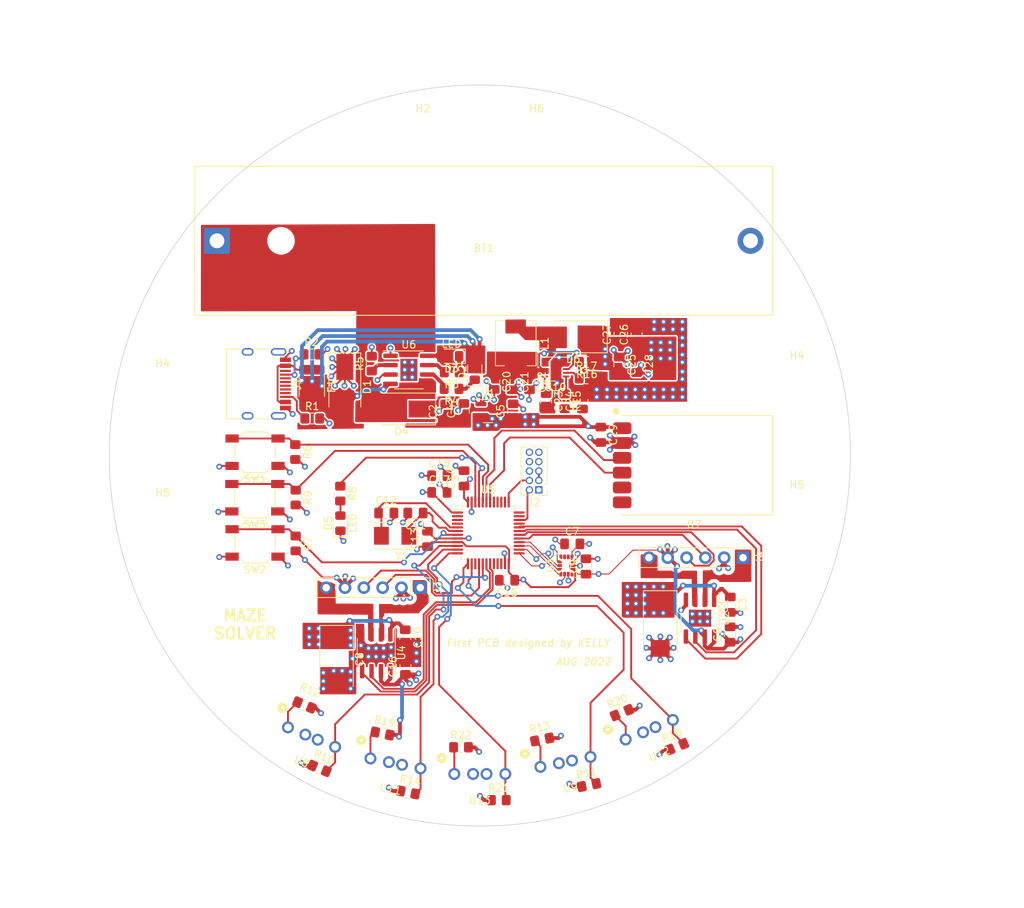
<source format=kicad_pcb>
(kicad_pcb (version 20211014) (generator pcbnew)
  (layers (0 "F.Cu" signal) (1 "In1.Cu" signal) (2 "In2.Cu" signal) (31 "B.Cu" signal) (34 "B.Paste" user) (35 "F.Paste" user) (36 "B.SilkS" user "B.Silkscreen") (37 "F.SilkS" user "F.Silkscreen") (38 "B.Mask" user) (39 "F.Mask" user) (44 "Edge.Cuts" user))
  (net 0 "")
  (net 1 "+6V")
  (net 2 "GND")
  (net 3 "+BATT")
  (net 4 "+3V3")
  (net 5 "RCC_OSC_OUT")
  (net 6 "RCC_OSC_IN")
  (net 7 "Net-(C23-Pad1)")
  (net 8 "Net-(C24-Pad1)")
  (net 9 "+5V")
  (net 10 "Net-(D2-Pad1)")
  (net 11 "Net-(D3-Pad1)")
  (net 12 "Net-(BT1-Pad1)")
  (net 13 "Net-(D5-Pad2)")
  (net 14 "Net-(D6-Pad2)")
  (net 15 "Net-(F1-Pad1)")
  (net 16 "Net-(J1-PadA5)")
  (net 20 "Net-(J1-PadB5)")
  (net 24 "SYS_SWDIO")
  (net 25 "SYS_SWDCLK")
  (net 31 "MOTOR_A_1")
  (net 32 "MOTOR_A_ENC_1")
  (net 33 "MOTOR_A_ENC_2")
  (net 34 "MOTOR_A_2")
  (net 35 "MOTOR_B_1")
  (net 36 "MOTOR_B_ENC_1")
  (net 37 "MOTOR_B_ENC_2")
  (net 38 "MOTOR_B_2")
  (net 39 "Net-(R3-Pad2)")
  (net 40 "Net-(R4-Pad2)")
  (net 41 "Net-(R5-Pad1)")
  (net 42 "BOOTO")
  (net 43 "NRST")
  (net 44 "LED_1")
  (net 45 "BUTTON_1")
  (net 46 "RFT_1")
  (net 47 "RFT_4")
  (net 48 "Net-(R12-Pad1)")
  (net 49 "Net-(R13-Pad1)")
  (net 50 "RFT_2")
  (net 51 "Net-(R15-Pad1)")
  (net 52 "Net-(R16-Pad2)")
  (net 53 "RFT_5")
  (net 54 "Net-(R19-Pad1)")
  (net 55 "Net-(R20-Pad1)")
  (net 56 "RFT_3")
  (net 57 "Net-(R22-Pad1)")
  (net 58 "SPI1_MISO")
  (net 63 "SPI1_NSS")
  (net 64 "SPI1_SCK")
  (net 65 "SPI1_MOSI")
  (net 70 "MOTOR_A_IN1")
  (net 71 "MOTOR_A_IN2")
  (net 75 "MOTOR_B_IN1")
  (net 76 "MOTOR_B_IN2")
  (net 84 "BLE_RX")
  (net 85 "BLE_TX")
  (footprint "new lib:5.2x5.7x2.8mm" (layer "F.Cu") (at 149.0971 75.2588 90)
    (fp_text reference "L1")
    (fp_text value "3.3u")
  )
  (footprint "MountingHole:MountingHole_2.7mm" (layer "F.Cu") (at 101.4504 99.15)
    (fp_text reference "H5")
    (fp_text value "MountingHole")
  )
  (footprint "Capacitor_SMD:C_0805_2012Metric_Pad1.18x1.45mm_HandSolder" (layer "F.Cu") (at 178.0456 110.553 -90)
    (fp_text reference "C3")
    (fp_text value "100n")
  )
  (footprint "Resistor_SMD:R_0805_2012Metric_Pad1.20x1.40mm_HandSolder" (layer "F.Cu") (at 158.988605 134.889222 11.25)
    (fp_text reference "R11")
    (fp_text value "10k")
  )
  (footprint "Resistor_SMD:R_0805_2012Metric_Pad1.20x1.40mm_HandSolder" (layer "F.Cu") (at 119.349 89.9562 -90)
    (fp_text reference "R6")
    (fp_text value "4.7K")
  )
  (footprint "Resistor_SMD:R_0805_2012Metric_Pad1.20x1.40mm_HandSolder" (layer "F.Cu") (at 140.4616 79.1744 180)
    (fp_text reference "R3")
    (fp_text value "1k")
  )
  (footprint "Button_Switch_SMD:SW_SPST_SKQG_WithStem" (layer "F.Cu") (at 113.919 102.219 180)
    (fp_text reference "SW2")
    (fp_text value "SW_Push")
  )
  (footprint "Fuse:Fuse_1812_4532Metric_Pad1.30x3.40mm_HandSolder" (layer "F.Cu") (at 121.5836 81.0728 -90)
    (fp_text reference "F1")
    (fp_text value "Fuse")
  )
  (footprint "Capacitor_Tantalum_SMD:CP_EIA-7343-31_Kemet-D_Pad2.25x2.55mm_HandSolder" (layer "F.Cu") (at 124.912 117.9328 -90)
    (fp_text reference "C8")
    (fp_text value "100u")
  )
  (footprint "Resistor_SMD:R_0805_2012Metric_Pad1.20x1.40mm_HandSolder" (layer "F.Cu") (at 119.4054 96.0976 -90)
    (fp_text reference "R9")
    (fp_text value "4.7K")
  )
  (footprint "Resistor_SMD:R_0805_2012Metric_Pad1.20x1.40mm_HandSolder" (layer "F.Cu") (at 152.664005 128.742422 11.25)
    (fp_text reference "R13")
    (fp_text value "100")
  )
  (footprint "Resistor_SMD:R_0805_2012Metric_Pad1.20x1.40mm_HandSolder" (layer "F.Cu") (at 140.4366 81.4244 180)
    (fp_text reference "R4")
    (fp_text value "1k")
  )
  (footprint "Capacitor_SMD:C_0805_2012Metric_Pad1.18x1.45mm_HandSolder" (layer "F.Cu") (at 160.577 87.6237 -90)
    (fp_text reference "C19")
    (fp_text value "100n")
  )
  (footprint "Capacitor_SMD:C_0805_2012Metric_Pad1.18x1.45mm_HandSolder" (layer "F.Cu") (at 158.0971 83.1088 90)
    (fp_text reference "C24")
    (fp_text value "820p")
  )
  (footprint "Package_QFP:LQFP-48_7x7mm_P0.5mm" (layer "F.Cu") (at 145.3927 100.8688)
    (fp_text reference "U5")
    (fp_text value "STM32F030C8Tx")
  )
  (footprint "Connector_USB:USB_C_Receptacle_HRO_TYPE-C-31-M-12" (layer "F.Cu") (at 113.9686 80.756 -90)
    (fp_text reference "J1")
    (fp_text value "USB_C_Receptacle_USB2.0")
  )
  (footprint "Resistor_SMD:R_0805_2012Metric_Pad1.20x1.40mm_HandSolder" (layer "F.Cu") (at 170.831689 129.707329 22.5)
    (fp_text reference "R18")
    (fp_text value "10k")
  )
  (footprint "Capacitor_SMD:C_0805_2012Metric_Pad1.18x1.45mm_HandSolder" (layer "F.Cu") (at 148.7376 84.489 90)
    (fp_text reference "C5")
    (fp_text value "10u")
  )
  (footprint "Capacitor_SMD:C_0805_2012Metric_Pad1.18x1.45mm_HandSolder" (layer "F.Cu") (at 146.1943 80.4663 -90)
    (fp_text reference "C20")
    (fp_text value "10u")
  )
  (footprint "Capacitor_SMD:C_0805_2012Metric_Pad1.18x1.45mm_HandSolder" (layer "F.Cu") (at 137.1908 101.6838 90)
    (fp_text reference "C13")
    (fp_text value "100n")
  )
  (footprint "Capacitor_SMD:C_0805_2012Metric_Pad1.18x1.45mm_HandSolder" (layer "F.Cu") (at 147.9127 107.2488 180)
    (fp_text reference "C15")
    (fp_text value "4.7u")
  )
  (footprint "new lib:DY-ITR002" (layer "F.Cu") (at 121.541089 128.426071 -22.5)
    (fp_text reference "U8")
    (fp_text value "DY_ITR002")
  )
  (footprint "Capacitor_SMD:C_0805_2012Metric_Pad1.18x1.45mm_HandSolder" (layer "F.Cu") (at 148.5943 80.5163 -90)
    (fp_text reference "C21")
    (fp_text value "10u")
  )
  (footprint "Button_Switch_SMD:SW_SPST_SKQG_WithStem" (layer "F.Cu") (at 113.8854 96.1176 180)
    (fp_text reference "SW3")
    (fp_text value "SW_Push")
  )
  (footprint "Capacitor_SMD:C_0805_2012Metric_Pad1.18x1.45mm_HandSolder" (layer "F.Cu") (at 142.0876 84.439 90)
    (fp_text reference "C4")
    (fp_text value "100n")
  )
  (footprint "Package_LGA:LGA-14_3x2.5mm_P0.5mm_LayoutBorder3x4y" (layer "F.Cu") (at 155.9325 105.2656 90)
    (fp_text reference "U3")
    (fp_text value "LSM6DS3")
  )
  (footprint "MountingHole:MountingHole_2.7mm" (layer "F.Cu") (at 187.0428 98.0694)
    (fp_text reference "H5")
    (fp_text value "MountingHole")
  )
  (footprint "Package_SO:SOIC-8-1EP_3.9x4.9mm_P1.27mm_EP2.29x3mm" (layer "F.Cu") (at 173.96 112.375 -90)
    (fp_text reference "U2")
    (fp_text value "BDR6112T")
  )
  (footprint "Resistor_SMD:R_0805_2012Metric_Pad1.20x1.40mm_HandSolder" (layer "F.Cu") (at 155.6971 83.1088 -90)
    (fp_text reference "R15")
    (fp_text value "100k")
  )
  (footprint "Capacitor_Tantalum_SMD:CP_EIA-7343-31_Kemet-D_Pad2.25x2.55mm_HandSolder" (layer "F.Cu") (at 168.5872 113.2498 -90)
    (fp_text reference "C1")
    (fp_text value "100u")
  )
  (footprint "Resistor_SMD:R_0805_2012Metric_Pad1.20x1.40mm_HandSolder" (layer "F.Cu") (at 129.6616 78.0244 90)
    (fp_text reference "R5")
    (fp_text value "2k2")
  )
  (footprint "Resistor_SMD:R_0805_2012Metric_Pad1.20x1.40mm_HandSolder" (layer "F.Cu") (at 141.7066 129.7884)
    (fp_text reference "R22")
    (fp_text value "100")
  )
  (footprint "MountingHole:MountingHole_2.7mm" (layer "F.Cu") (at 136.5716 47.3004)
    (fp_text reference "H2")
    (fp_text value "MountingHole")
  )
  (footprint "Connector_PinHeader_2.54mm:PinHeader_1x06_P2.54mm_Vertical" (layer "F.Cu") (at 136.215 108.2554 -90)
    (fp_text reference "J3")
    (fp_text value "Conn_01x06")
  )
  (footprint "Package_SON:VSON-10-1EP_3x3mm_P0.5mm_EP1.2x2mm" (layer "F.Cu") (at 154.4471 78.7588 180)
    (fp_text reference "U10")
    (fp_text value "TPS61087")
  )
  (footprint "LED_SMD:LED_0805_2012Metric_Pad1.15x1.40mm_HandSolder" (layer "F.Cu") (at 143.5616 79.1744 90)
    (fp_text reference "D2")
    (fp_text value "LED")
  )
  (footprint "Capacitor_SMD:C_0805_2012Metric_Pad1.18x1.45mm_HandSolder" (layer "F.Cu") (at 138.7752 93.1488)
    (fp_text reference "C18")
    (fp_text value "1u")
  )
  (footprint "Capacitor_SMD:C_0805_2012Metric_Pad1.18x1.45mm_HandSolder" (layer "F.Cu") (at 178.024 114.5848 90)
    (fp_text reference "C6")
    (fp_text value "100n")
  )
  (footprint "Capacitor_SMD:C_0805_2012Metric_Pad1.18x1.45mm_HandSolder" (layer "F.Cu") (at 153.1971 83.1088 -90)
    (fp_text reference "C23")
    (fp_text value "100n")
  )
  (footprint "Connector_PinHeader_2.54mm:PinHeader_1x06_P2.54mm_Vertical" (layer "F.Cu") (at 179.7632 104.2074 -90)
    (fp_text reference "J4")
    (fp_text value "Conn_01x06")
  )
  (footprint "Capacitor_SMD:C_0805_2012Metric_Pad1.18x1.45mm_HandSolder" (layer "F.Cu") (at 138.7877 95.3988)
    (fp_text reference "C17")
    (fp_text value "10n")
  )
  (footprint "Diode_SMD:D_SMB_Handsoldering" (layer "F.Cu") (at 133.679 84.1496 180)
    (fp_text reference "D4")
    (fp_text value "SL22")
  )
  (footprint "Resistor_SMD:R_0805_2012Metric_Pad1.20x1.40mm_HandSolder" (layer "F.Cu") (at 146.812 136.9258)
    (fp_text reference "R21")
    (fp_text value "10k")
  )
  (footprint "Resistor_SMD:R_0805_2012Metric_Pad1.20x1.40mm_HandSolder" (layer "F.Cu") (at 120.585289 124.082671 -22.5)
    (fp_text reference "R12")
    (fp_text value "100")
  )
  (footprint "Resistor_SMD:R_0805_2012Metric_Pad1.20x1.40mm_HandSolder" (layer "F.Cu") (at 131.1054 127.9342 -11.25)
    (fp_text reference "R19")
    (fp_text value "100")
  )
  (footprint "Capacitor_SMD:C_0805_2012Metric_Pad1.18x1.45mm_HandSolder" (layer "F.Cu") (at 165.4099 78.1924 -90)
    (fp_text reference "C28")
    (fp_text value "10u")
  )
  (footprint "new lib:DY-ITR002" (layer "F.Cu") (at 144.2466 133.3928)
    (fp_text reference "U13")
    (fp_text value "DY_ITR002")
  )
  (footprint "Package_SO:SOIC-8-1EP_3.9x4.9mm_P1.27mm_EP2.29x3mm" (layer "F.Cu") (at 134.6716 78.8644)
    (fp_text reference "U6")
    (fp_text value "TP4056")
  )
  (footprint "Diode_SMD:D_SMB_Handsoldering" (layer "F.Cu") (at 156.8471 74.4088 180)
    (fp_text reference "D6")
    (fp_text value "SL22")
  )
  (footprint "Button_Switch_SMD:SW_SPST_SKQG_WithStem" (layer "F.Cu") (at 113.919 89.9762 180)
    (fp_text reference "SW1")
    (fp_text value "SW_Push")
  )
  (footprint "MountingHole:MountingHole_2.7mm" (layer "F.Cu") (at 101.4504 81.698)
    (fp_text reference "H4")
    (fp_text value "MountingHole")
  )
  (footprint "Diode_SMD:D_SMB_Handsoldering" (layer "F.Cu") (at 126.0336 81.1728 -90)
    (fp_text reference "D1")
    (fp_text value "D_TVS")
  )
  (footprint "Resistor_SMD:R_0805_2012Metric_Pad1.20x1.40mm_HandSolder" (layer "F.Cu") (at 119.399 102.289 -90)
    (fp_text reference "R7")
    (fp_text value "4.7K")
  )
  (footprint "MountingHole:MountingHole_2.7mm" (layer "F.Cu") (at 187.0428 80.6174)
    (fp_text reference "H4")
    (fp_text value "MountingHole")
  )
  (footprint "Capacitor_SMD:C_0805_2012Metric_Pad1.18x1.45mm_HandSolder" (layer "F.Cu") (at 134.183 114.9752 -90)
    (fp_text reference "C10")
    (fp_text value "100n")
  )
  (footprint "Capacitor_SMD:C_0805_2012Metric_Pad1.18x1.45mm_HandSolder" (layer "F.Cu") (at 158.5741 105.3926 90)
    (fp_text reference "C9")
    (fp_text value "100n")
  )
  (footprint "Resistor_SMD:R_0805_2012Metric_Pad1.20x1.40mm_HandSolder" (layer "F.Cu") (at 121.6336 85.4228)
    (fp_text reference "R1")
    (fp_text value "5k1")
  )
  (footprint "Resistor_SMD:R_0805_2012Metric_Pad1.20x1.40mm_HandSolder" (layer "F.Cu") (at 163.430809 125.111612 22.5)
    (fp_text reference "R20")
    (fp_text value "100")
  )
  (footprint "Connector_PinHeader_1.27mm:PinHeader_2x05_P1.27mm_Vertical" (layer "F.Cu") (at 152.2127 95.0588 180)
    (fp_text reference "J2")
    (fp_text value "Conn_02x05_Odd_Even")
  )
  (footprint "Package_TO_SOT_SMD:SOT-23" (layer "F.Cu") (at 145.3376 84.429)
    (fp_text reference "U1")
    (fp_text value "ME6210A33M3")
  )
  (footprint "new lib:DY-ITR002" (layer "F.Cu") (at 167.113889 127.421329 22.5)
    (fp_text reference "U12")
    (fp_text value "DY_ITR002")
  )
  (footprint "MountingHole:MountingHole_2.7mm" (layer "F.Cu") (at 151.9216 47.3004)
    (fp_text reference "H6")
    (fp_text value "MountingHole")
  )
  (footprint "new lib:WL9981" (layer "F.Cu") (at 163.4569 98.237454)
    (fp_text reference "U7")
    (fp_text value "WL9981TC")
  )
  (footprint "Resistor_SMD:R_0805_2012Metric_Pad1.20x1.40mm_HandSolder" (layer "F.Cu") (at 158.6471 80.0088)
    (fp_text reference "R17")
    (fp_text value "18k")
  )
  (footprint "Resistor_SMD:R_0805_2012Metric_Pad1.20x1.40mm_HandSolder" (layer "F.Cu") (at 134.5598 135.8844 -11.25)
    (fp_text reference "R14")
    (fp_text value "10k")
  )
  (footprint "new lib:DY-ITR002" (layer "F.Cu") (at 132.8674 131.9728 -11.25)
    (fp_text reference "U11")
    (fp_text value "DY_ITR002")
  )
  (footprint "LED_SMD:LED_0805_2012Metric_Pad1.15x1.40mm_HandSolder" (layer "F.Cu") (at 125.436564 99.554118 90)
    (fp_text reference "D5")
    (fp_text value "LED")
  )
  (footprint "Capacitor_SMD:C_0805_2012Metric_Pad1.18x1.45mm_HandSolder" (layer "F.Cu") (at 142.113 93.5068 90)
    (fp_text reference "C14")
    (fp_text value "100n")
  )
  (footprint "Package_SO:SOIC-8-1EP_3.9x4.9mm_P1.27mm_EP2.29x3mm" (layer "F.Cu") (at 130.2714 117.0438 -90)
    (fp_text reference "U4")
    (fp_text value "BDR6112T")
  )
  (footprint "Resistor_SMD:R_0805_2012Metric_Pad1.20x1.40mm_HandSolder" (layer "F.Cu") (at 125.416564 95.554118 -90)
    (fp_text reference "R8")
    (fp_text value "R")
  )
  (footprint "Capacitor_SMD:C_0805_2012Metric_Pad1.18x1.45mm_HandSolder" (layer "F.Cu") (at 163.0599 78.1799 -90)
    (fp_text reference "C25")
    (fp_text value "10u")
  )
  (footprint "new lib:BatteryHolder_MPD_BH-18650-PC2" (layer "F.Cu") (at 108.775 61.45)
    (fp_text reference "BT1")
    (fp_text value "Battery_Cell")
  )
  (footprint "Capacitor_SMD:C_0805_2012Metric_Pad1.18x1.45mm_HandSolder" (layer "F.Cu") (at 135.5598 98.1804 180)
    (fp_text reference "C11")
    (fp_text value "4.7u")
  )
  (footprint "Capacitor_SMD:C_0805_2012Metric_Pad1.18x1.45mm_HandSolder" (layer "F.Cu") (at 165.3971 74.1088 90)
    (fp_text reference "C26")
    (fp_text value "10u")
  )
  (footprint "Capacitor_SMD:C_0805_2012Metric_Pad1.18x1.45mm_HandSolder" (layer "F.Cu") (at 139.6376 84.489 90)
    (fp_text reference "C2")
    (fp_text value "10u")
  )
  (footprint "Resistor_SMD:R_0805_2012Metric_Pad1.20x1.40mm_HandSolder" (layer "F.Cu") (at 121.5336 76.7728)
    (fp_text reference "R2")
    (fp_text value "5k1")
  )
  (footprint "Resistor_SMD:R_0805_2012Metric_Pad1.20x1.40mm_HandSolder" (layer "F.Cu") (at 122.607809 132.640788 -22.5)
    (fp_text reference "R10")
    (fp_text value "10k")
  )
  (footprint "Resistor_SMD:R_0805_2012Metric_Pad1.20x1.40mm_HandSolder" (layer "F.Cu") (at 158.6971 77.8088 180)
    (fp_text reference "R16")
    (fp_text value "68k")
  )
  (footprint "Capacitor_SMD:C_0805_2012Metric_Pad1.18x1.45mm_HandSolder" (layer "F.Cu") (at 156.718 102.346)
    (fp_text reference "C7")
    (fp_text value "100n")
  )
  (footprint "Crystal:Crystal_SMD_5032-2Pin_5.0x3.2mm" (layer "F.Cu") (at 132.8208 101.2538 180)
    (fp_text reference "Y1")
    (fp_text value "8MHz 12p")
  )
  (footprint "Capacitor_SMD:C_0805_2012Metric_Pad1.18x1.45mm_HandSolder" (layer "F.Cu") (at 134.2084 118.9122 90)
    (fp_text reference "C16")
    (fp_text value "100n")
  )
  (footprint "Capacitor_SMD:C_0805_2012Metric_Pad1.18x1.45mm_HandSolder" (layer "F.Cu") (at 163.0971 74.0588 90)
    (fp_text reference "C27")
    (fp_text value "10u")
  )
  (footprint "Capacitor_SMD:C_0805_2012Metric_Pad1.18x1.45mm_HandSolder" (layer "F.Cu") (at 150.9443 80.5163 -90)
    (fp_text reference "C22")
    (fp_text value "100n")
  )
  (footprint "LED_SMD:LED_0805_2012Metric_Pad1.15x1.40mm_HandSolder" (layer "F.Cu") (at 140.4366 77.0244 180)
    (fp_text reference "D3")
    (fp_text value "LED")
  )
  (footprint "Capacitor_SMD:C_0805_2012Metric_Pad1.18x1.45mm_HandSolder" (layer "F.Cu") (at 131.6228 98.1838)
    (fp_text reference "C12")
    (fp_text value "4.7u")
  )
  (footprint "new lib:DY-ITR002" (layer "F.Cu") (at 155.804205 131.765022 11.25)
    (fp_text reference "U9")
    (fp_text value "DY_ITR002")
  )
  (gr_circle (center 144.2466 90.424) (end 194.2466 90.424) (layer "Edge.Cuts") (width 0.1) (fill none))
  (gr_text "MAZE\nSOLVER" (at 112.575 113.225) (layer "F.SilkS") (effects (font (size 1.5 1.5) (thickness 0.3))))
  (gr_text "AUG 2022" (at 158.225 118.25) (layer "F.SilkS") (effects (font (size 1 1) (thickness 0.15) italic)))
  (gr_text "First PCB designed by KELLY" (at 150.775 115.7) (layer "F.SilkS") (effects (font (size 1 1) (thickness 0.15) italic)))
  (segment (start 169.6028 110.0498) (end 171.6606 107.992) (width 0.508) (layer "F.Cu") (net 1))
  (segment (start 132.8622 113.056) (end 133.3013 113.056) (width 0.508) (layer "F.Cu") (net 1))
  (segment (start 168.5872 110.0498) (end 169.6028 110.0498) (width 0.508) (layer "F.Cu") (net 1))
  (segment (start 175.8516 109.8866) (end 175.865 109.9) (width 0.508) (layer "F.Cu") (net 1))
  (segment (start 132.1764 113.7418) (end 132.4106 113.5076) (width 0.508) (layer "F.Cu") (net 1))
  (segment (start 175.865 109.3248) (end 176.766 108.4238) (width 0.508) (layer "F.Cu") (net 1))
  (segment (start 132.1764 114.010294) (end 132.1764 114.5688) (width 0.508) (layer "F.Cu") (net 1))
  (segment (start 124.912 114.518) (end 126.69 112.74) (width 0.508) (layer "F.Cu") (net 1))
  (segment (start 175.865 109.9) (end 175.865 109.3248) (width 0.508) (layer "F.Cu") (net 1))
  (segment (start 124.912 114.7328) (end 124.912 114.518) (width 0.508) (layer "F.Cu") (net 1))
  (segment (start 132.024 112.613) (end 132.4106 112.9996) (width 0.508) (layer "F.Cu") (net 1))
  (segment (start 133.3013 113.056) (end 134.183 113.9377) (width 0.508) (layer "F.Cu") (net 1))
  (segment (start 132.1764 114.5688) (end 132.1764 113.7418) (width 0.508) (layer "F.Cu") (net 1))
  (segment (start 176.9539 108.4238) (end 178.0456 109.5155) (width 0.508) (layer "F.Cu") (net 1))
  (segment (start 176.766 108.4238) (end 176.9539 108.4238) (width 0.508) (layer "F.Cu") (net 1))
  (segment (start 132.4106 112.9996) (end 132.4106 113.5076) (width 0.508) (layer "F.Cu") (net 1))
  (segment (start 132.4106 113.5076) (end 132.8622 113.056) (width 0.508) (layer "F.Cu") (net 1))
  (segment (start 175.8516 107.992) (end 175.8516 109.8866) (width 0.508) (layer "F.Cu") (net 1))
  (via (at 175.8516 107.992) (size 0.8) (drill 0.4) (layers "F.Cu" "B.Cu") (net 1))
  (via (at 126.817 115.026) (size 0.8) (drill 0.4) (layers "F.Cu" "B.Cu") (net 1))
  (via (at 166.4536 109.262) (size 0.8) (drill 0.4) (layers "F.Cu" "B.Cu") (net 1))
  (via (at 166.4536 108.119) (size 0.8) (drill 0.4) (layers "F.Cu" "B.Cu") (net 1))
  (via (at 167.386 77.327) (size 0.8) (drill 0.4) (layers "F.Cu" "B.Cu") (net 1))
  (via (at 165.3106 110.405) (size 0.8) (drill 0.4) (layers "F.Cu" "B.Cu") (net 1))
  (via (at 164.1676 110.405) (size 0.8) (drill 0.4) (layers "F.Cu" "B.Cu") (net 1))
  (via (at 121.229 113.756) (size 0.8) (drill 0.4) (layers "F.Cu" "B.Cu") (net 1))
  (via (at 161.163 77.073) (size 0.8) (drill 0.4) (layers "F.Cu" "B.Cu") (net 1))
  (via (at 122.499 113.756) (size 0.8) (drill 0.4) (layers "F.Cu" "B.Cu") (net 1))
  (via (at 164.1676 111.675) (size 0.8) (drill 0.4) (layers "F.Cu" "B.Cu") (net 1))
  (via (at 169.926 75.168) (size 0.8) (drill 0.4) (layers "F.Cu" "B.Cu") (net 1))
  (via (at 168.9936 111.675) (size 0.8) (drill 0.4) (layers "F.Cu" "B.Cu") (net 1))
  (via (at 132.024 112.613) (size 0.8) (drill 0.4) (layers "F.Cu" "B.Cu") (net 1))
  (via (at 126.817 116.042) (size 0.8) (drill 0.4) (layers "F.Cu" "B.Cu") (net 1))
  (via (at 168.656 77.327) (size 0.8) (drill 0.4) (layers "F.Cu" "B.Cu") (net 1))
  (via (at 121.229 114.899) (size 0.8) (drill 0.4) (layers "F.Cu" "B.Cu") (net 1))
  (via (at 165.3106 111.675) (size 0.8) (drill 0.4) (layers "F.Cu" "B.Cu") (net 1))
  (via (at 167.386 76.184) (size 0.8) (drill 0.4) (layers "F.Cu" "B.Cu") (net 1))
  (via (at 168.656 75.168) (size 0.8) (drill 0.4) (layers "F.Cu" "B.Cu") (net 1))
  (via (at 169.926 77.327) (size 0.8) (drill 0.4) (layers "F.Cu" "B.Cu") (net 1))
  (via (at 161.163 76.057) (size 0.8) (drill 0.4) (layers "F.Cu" "B.Cu") (net 1))
  (via (at 167.7236 108.119) (size 0.8) (drill 0.4) (layers "F.Cu" "B.Cu") (net 1))
  (via (at 167.386 75.168) (size 0.8) (drill 0.4) (layers "F.Cu" "B.Cu") (net 1))
  (via (at 164.1676 108.119) (size 0.8) (drill 0.4) (layers "F.Cu" "B.Cu") (net 1))
  (via (at 167.7236 111.675) (size 0.8) (drill 0.4) (layers "F.Cu" "B.Cu") (net 1))
  (via (at 126.817 114.01) (size 0.8) (drill 0.4) (layers "F.Cu" "B.Cu") (net 1))
  (via (at 122.499 114.899) (size 0.8) (drill 0.4) (layers "F.Cu" "B.Cu") (net 1))
  (via (at 168.9936 108.119) (size 0.8) (drill 0.4) (layers "F.Cu" "B.Cu") (net 1))
  (via (at 166.4536 110.405) (size 0.8) (drill 0.4) (layers "F.Cu" "B.Cu") (net 1))
  (via (at 165.3106 109.262) (size 0.8) (drill 0.4) (layers "F.Cu" "B.Cu") (net 1))
  (via (at 171.6606 107.992) (size 0.8) (drill 0.4) (layers "F.Cu" "B.Cu") (net 1))
  (via (at 166.4536 111.675) (size 0.8) (drill 0.4) (layers "F.Cu" "B.Cu") (net 1))
  (via (at 165.3106 108.119) (size 0.8) (drill 0.4) (layers "F.Cu" "B.Cu") (net 1))
  (via (at 126.69 112.74) (size 0.8) (drill 0.4) (layers "F.Cu" "B.Cu") (net 1))
  (via (at 169.926 76.184) (size 0.8) (drill 0.4) (layers "F.Cu" "B.Cu") (net 1))
  (via (at 161.163 78.089) (size 0.8) (drill 0.4) (layers "F.Cu" "B.Cu") (net 1))
  (via (at 168.656 76.184) (size 0.8) (drill 0.4) (layers "F.Cu" "B.Cu") (net 1))
  (via (at 121.229 115.915) (size 0.8) (drill 0.4) (layers "F.Cu" "B.Cu") (net 1))
  (via (at 164.1676 109.262) (size 0.8) (drill 0.4) (layers "F.Cu" "B.Cu") (net 1))
  (via (at 122.499 115.915) (size 0.8) (drill 0.4) (layers "F.Cu" "B.Cu") (net 1))
  (segment (start 171.6606 107.992) (end 175.8516 107.992) (width 0.508) (layer "B.Cu") (net 1))
  (segment (start 126.69 112.74) (end 131.897 112.74) (width 0.508) (layer "B.Cu") (net 1))
  (segment (start 131.897 112.74) (end 132.024 112.613) (width 0.508) (layer "B.Cu") (net 1))
  (segment (start 168.5872 116.4498) (end 168.5872 116.2724) (width 0.508) (layer "F.Cu") (net 2))
  (segment (start 149.352 80.629) (end 149.435453 80.545547) (width 0.254) (layer "F.Cu") (net 2))
  (segment (start 164.953454 88.737454) (end 165.227 89.011) (width 0.508) (layer "F.Cu") (net 2))
  (segment (start 126.0336 79.6904) (end 124.714 81.01) (width 0.254) (layer "F.Cu") (net 2))
  (segment (start 163.4569 88.737454) (end 162.706546 88.737454) (width 0.508) (layer "F.Cu") (net 2))
  (segment (start 169.907809 130.090012) (end 169.169606 130.090012) (width 0.508) (layer "F.Cu") (net 2))
  (segment (start 121.683929 132.258105) (end 120.478105 132.258105) (width 0.508) (layer "F.Cu") (net 2))
  (segment (start 179.3749 113.5473) (end 179.4076 113.58) (width 0.508) (layer "F.Cu") (net 2))
  (segment (start 144.8308 136.9258) (end 144.272 136.367) (width 0.508) (layer "F.Cu") (net 2))
  (segment (start 132.1966 76.9594) (end 132.1966 75.9404) (width 0.254) (layer "F.Cu") (net 2))
  (segment (start 146.1943 82.8977) (end 146.177 82.915) (width 0.254) (layer "F.Cu") (net 2))
  (segment (start 125.436564 100.579118) (end 125.436564 101.544564) (width 0.254) (layer "F.Cu") (net 2))
  (segment (start 132.6603 98.1838) (end 132.6603 98.905987) (width 0.254) (layer "F.Cu") (net 2))
  (segment (start 168.5872 116.4498) (end 168.5872 117.9996) (width 0.508) (layer "F.Cu") (net 2))
  (segment (start 148.5943 81.5538) (end 148.5943 81.3867) (width 0.254) (layer "F.Cu") (net 2))
  (segment (start 147.6427 103.6847) (end 147.574 103.616) (width 0.254) (layer "F.Cu") (net 2))
  (segment (start 166.7489 79.2299) (end 167.005 79.486) (width 0.254) (layer "F.Cu") (net 2))
  (segment (start 157.729634 105.2656) (end 157.772447 105.308413) (width 0.127) (layer "F.Cu") (net 2))
  (segment (start 148.5943 81.5538) (end 149.5962 81.5538) (width 0.254) (layer "F.Cu") (net 2))
  (segment (start 155.0263 102.346) (end 154.432 101.7517) (width 0.127) (layer "F.Cu") (net 2))
  (segment (start 178.0456 111.5905) (end 179.3231 111.5905) (width 0.508) (layer "F.Cu") (net 2))
  (segment (start 152.2127 92.5188) (end 152.2127 93.7888) (width 0.254) (layer "F.Cu") (net 2))
  (segment (start 142.0876 83.4015) (end 142.0876 83.57087) (width 0.254) (layer "F.Cu") (net 2))
  (segment (start 149.435453 80.545547) (end 149.505018 80.545547) (width 0.254) (layer "F.Cu") (net 2))
  (segment (start 133.675 108.2554) (end 133.675 108.464) (width 0.508) (layer "F.Cu") (net 2))
  (segment (start 158.5741 104.3551) (end 160.1241 104.3551) (width 0.254) (layer "F.Cu") (net 2))
  (segment (start 148.5943 81.3867) (end 149.352 80.629) (width 0.254) (layer "F.Cu") (net 2))
  (segment (start 150.9443 82.8467) (end 150.876 82.915) (width 0.254) (layer "F.Cu") (net 2))
  (segment (start 143.1427 96.7063) (end 143.1427 98.0143) (width 0.254) (layer "F.Cu") (net 2))
  (segment (start 144.074 83.479) (end 143.383 82.788) (width 0.254) (layer "F.Cu") (net 2))
  (segment (start 172.055 110.6456) (end 171.4066 111.294) (width 0.508) (layer "F.Cu") (net 2))
  (segment (start 137.1908 100.6463) (end 137.1908 100.5988) (width 0.254) (layer "F.Cu") (net 2))
  (segment (start 133.675 108.464) (end 134.839 109.628) (width 0.508) (layer "F.Cu") (net 2))
  (segment (start 159.7972 88.6612) (end 159.131 87.995) (width 0.508) (layer "F.Cu") (net 2))
  (segment (start 160.577 88.6612) (end 159.7972 88.6612) (width 0.508) (layer "F.Cu") (net 2))
  (segment (start 168.5872 116.4498) (end 168.4098 116.4498) (width 0.508) (layer "F.Cu") (net 2))
  (segment (start 163.0599 77.1424) (end 163.1374 77.1424) (width 0.254) (layer "F.Cu") (net 2))
  (segment (start 144.4001 83.479) (end 144.074 83.479) (width 0.254) (layer "F.Cu") (net 2))
  (segment (start 133.675 108.2554) (end 133.675 109.464) (width 0.508) (layer "F.Cu") (net 2))
  (segment (start 165.4099 79.2299) (end 166.7489 79.2299) (width 0.254) (layer "F.Cu") (net 2))
  (segment (start 142.7132 101.6188) (end 142.748 101.584) (width 0.254) (layer "F.Cu") (net 2))
  (segment (start 163.1374 77.1424) (end 164.084 78.089) (width 0.254) (layer "F.Cu") (net 2))
  (segment (start 134.5223 98.1804) (end 134.5223 98.789998) (width 0.254) (layer "F.Cu") (net 2))
  (segment (start 144.4001 83.479) (end 144.4001 83.4219) (width 0.254) (layer "F.Cu") (net 2))
  (segment (start 146.939 107.2488) (end 147.973289 108.283089) (width 0.127) (layer "F.Cu") (net 2))
  (segment (start 146.1943 81.441557) (end 145.14509 80.392347) (width 0.254) (layer "F.Cu") (net 2))
  (segment (start 178.024 113.5473) (end 179.3749 113.5473) (width 0.508) (layer "F.Cu") (net 2))
  (segment (start 129.6616 75.8084) (end 129.667 75.803) (width 0.254) (layer "F.Cu") (net 2))
  (segment (start 170.3148 116.4498) (end 170.3906 116.374) (width 0.508) (layer "F.Cu") (net 2))
  (segment (start 132.41831 135.68931) (end 131.953 135.224) (width 0.508) (layer "F.Cu") (net 2))
  (segment (start 109.148 104.069) (end 109.093 104.124) (width 0.254) (layer "F.Cu") (net 2))
  (segment (start 118.0136 84.006) (end 118.185 84.006) (width 0.254) (layer "F.Cu") (net 2))
  (segment (start 143.1427 98.0143) (end 143.129 98.028) (width 0.254) (layer "F.Cu") (net 2))
  (segment (start 158.00782 135.084312) (end 156.705312 135.084312) (width 0.508) (layer "F.Cu") (net 2))
  (segment (start 126.0336 77.4044) (end 127.381 76.057) (width 0.254) (layer "F.Cu") (net 2))
  (segment (start 168.5872 116.4498) (end 168.5872 116.4756) (width 0.508) (layer "F.Cu") (net 2))
  (segment (start 118.185 84.006) (end 118.999 84.82) (width 0.254) (layer "F.Cu") (net 2))
  (segment (start 146.1943 81.5038) (end 146.1943 82.8977) (width 0.254) (layer "F.Cu") (net 2))
  (segment (start 163.380646 88.6612) (end 163.4569 88.737454) (width 0.508) (layer "F.Cu") (net 2))
  (segment (start 169.169606 130.090012) (end 168.485489 130.774129) (width 0.508) (layer "F.Cu") (net 2))
  (segment (start 132.6603 98.905987) (end 132.098278 99.468009) (width 0.254) (layer "F.Cu") (net 2))
  (segment (start 126.0336 79.7896) (end 127.254 81.01) (width 0.254) (layer "F.Cu") (net 2))
  (segment (start 155.6825 106.4281) (end 155.6825 106.9375) (width 0.127) (layer "F.Cu") (net 2))
  (segment (start 138.1633 101.6188) (end 141.2302 101.6188) (width 0.254) (layer "F.Cu") (net 2))
  (segment (start 139.8252 95.3592) (end 138.811 94.345) (width 0.254) (layer "F.Cu") (net 2))
  (segment (start 168.5614 116.4498) (end 167.0886 114.977) (width 0.508) (layer "F.Cu") (net 2))
  (segment (start 162.706546 88.737454) (end 161.798 89.646) (width 0.508) (layer "F.Cu") (net 2))
  (segment (start 141.2302 101.6188) (end 142.7132 101.6188) (width 0.254) (layer "F.Cu") (net 2))
  (segment (start 163.4569 88.737454) (end 164.230546 88.737454) (width 0.508) (layer "F.Cu") (net 2))
  (segment (start 126.0336 80.9604) (end 125.984 81.01) (width 0.254) (layer "F.Cu") (net 2))
  (segment (start 168.5872 116.4498) (end 166.7834 116.4498) (width 0.508) (layer "F.Cu") (net 2))
  (segment (start 139.6376 83.4515) (end 139.6376 83.549689) (width 0.254) (layer "F.Cu") (net 2))
  (segment (start 156.1825 106.4281) (end 156.1825 107.2715) (width 0.127) (layer "F.Cu") (net 2))
  (segment (start 110.7854 97.9676) (end 109.0264 97.9676) (width 0.254) (layer "F.Cu") (net 2))
  (segment (start 118.0136 77.1694) (end 118.872 76.311) (width 0.254) (layer "F.Cu") (net 2))
  (segment (start 117.019 104.069) (end 117.166 104.069) (width 0.254) (layer "F.Cu") (net 2))
  (segment (start 156.845 105.2656) (end 157.729634 105.2656) (width 0.127) (layer "F.Cu") (net 2))
  (segment (start 177.2232 104.2074) (end 177.2232 104.9844) (width 0.508) (layer "F.Cu") (net 2))
  (segment (start 163.4569 88.737454) (end 162.813415 88.737454) (width 0.508) (layer "F.Cu") (net 2))
  (segment (start 126.0336 78.4728) (end 126.0336 79.7896) (width 0.254) (layer "F.Cu") (net 2))
  (segment (start 129.6616 77.0244) (end 129.6616 75.8084) (width 0.254) (layer "F.Cu") (net 2))
  (segment (start 120.478105 132.258105) (end 120.142 131.922) (width 0.508) (layer "F.Cu") (net 2))
  (segment (start 145.812 136.9258) (end 144.8308 136.9258) (width 0.508) (layer "F.Cu") (net 2))
  (segment (start 133.675 108.942) (end 132.914 109.703) (width 0.508) (layer "F.Cu") (net 2))
  (segment (start 165.4099 78.81599) (end 165.991627 78.234263) (width 0.254) (layer "F.Cu") (net 2))
  (segment (start 165.4099 79.2299) (end 165.4099 78.81599) (width 0.254) (layer "F.Cu") (net 2))
  (segment (start 119.349 90.9562) (end 119.6742 90.9562) (width 0.254) (layer "F.Cu") (net 2))
  (segment (start 147.6427 105.0313) (end 147.6427 103.6847) (width 0.254) (layer "F.Cu") (net 2))
  (segment (start 139.6376 83.549689) (end 138.728501 84.458788) (width 0.254) (layer "F.Cu") (net 2))
  (segment (start 116.9854 97.9676) (end 117.5416 97.9676) (width 0.254) (layer "F.Cu") (net 2))
  (segment (start 126.0336 78.4728) (end 126.0336 79.6904) (width 0.254) (layer "F.Cu") (net 2))
  (segment (start 126.0336 78.4728) (end 125.4788 78.4728) (width 0.254) (layer "F.Cu") (net 2))
  (segment (start 118.0136 77.506) (end 118.0136 77.1694) (width 0.254) (layer "F.Cu") (net 2))
  (segment (start 139.8127 92.8067) (end 138.938 91.932) (width 0.254) (layer "F.Cu") (net 2))
  (segment (start 126.0336 78.4728) (end 126.0336 77.1226) (width 0.254) (layer "F.Cu") (net 2))
  (segment (start 122.5336 76.7728) (end 122.9822 76.7728) (width 0.254) (layer "F.Cu") (net 2))
  (segment (start 132.1966 79.4994) (end 131.1776 79.4994) (width 0.254) (layer "F.Cu") (net 2))
  (segment (start 133.579015 135.68931) (end 132.41831 135.68931) (width 0.508) (layer "F.Cu") (net 2))
  (segment (start 132.1966 75.9404) (end 132.207 75.93) (width 0.254) (layer "F.Cu") (net 2))
  (segment (start 160.577 88.6612) (end 163.380646 88.6612) (width 0.508) (layer "F.Cu") (net 2))
  (segment (start 137.1908 100.6463) (end 138.1633 101.6188) (width 0.254) (layer "F.Cu") (net 2))
  (segment (start 133.675 109.464) (end 133.939 109.728) (width 0.508) (layer "F.Cu") (net 2))
  (segment (start 125.4732 78.4728) (end 124.206 79.74) (width 0.254) (layer "F.Cu") (net 2))
  (segment (start 144.4001 83.4219) (end 145.161 82.661) (width 0.254) (layer "F.Cu") (net 2))
  (segment (start 109.0264 97.9676) (end 108.966 98.028) (width 0.254) (layer "F.Cu") (net 2))
  (segment (start 163.0599 77.1424) (end 163.0599 76.9379) (width 0.254) (layer "F.Cu") (net 2))
  (segment (start 156.845 104.7656) (end 157.453168 104.157432) (width 0.127) (layer "F.Cu") (net 2))
  (segment (start 137.1908 100.5988) (end 136.271 99.679) (width 0.254) (layer "F.Cu") (net 2))
  (segment (start 150.9443 81.5538) (end 150.9443 82.8467) (width 0.254) (layer "F.Cu") (net 2))
  (segment (start 141.6343 92.4693) (end 140.97 91.805) (width 0.254) (layer "F.Cu") (net 2))
  (segment (start 155.6805 102.346) (end 155.0263 102.346) (width 0.127) (layer "F.Cu") (net 2))
  (segment (start 163.4569 88.737454) (end 164.953454 88.737454) (width 0.508) (layer "F.Cu") (net 2))
  (segment (start 157.453168 104.157432) (end 157.453168 103.6705) (width 0.127) (layer "F.Cu") (net 2))
  (segment (start 125.436564 101.544564) (end 125.857 101.965) (width 0.254) (layer "F.Cu") (net 2))
  (segment (start 139.8127 93.1488) (end 139.8127 92.8067) (width 0.254) (layer "F.Cu") (net 2))
  (segment (start 131.1776 79.4994) (end 130.429 80.248) (width 0.254) (layer "F.Cu") (net 2))
  (segment (start 168.5872 116.4498) (end 168.5614 116.4498) (width 0.508) (layer "F.Cu") (net 2))
  (segment (start 126.0336 76.1344) (end 126.111 76.057) (width 0.254) (layer "F.Cu") (net 2))
  (segment (start 150.9672 81.5538) (end 151.892 80.629) (width 0.254) (layer "F.Cu") (net 2))
  (segment (start 168.5872 116.4498) (end 170.3148 116.4498) (width 0.508) (layer "F.Cu") (net 2))
  (segment (start 144.4001 83.479) (end 144.4001 82.5351) (width 0.254) (layer "F.Cu") (net 2))
  (segment (start 155.6825 106.9375) (end 155.067 107.553) (width 0.127) (layer "F.Cu") (net 2))
  (segment (start 117.5416 97.9676) (end 118.618 99.044) (width 0.254) (layer "F.Cu") (net 2))
  (segment (start 168.5872 117.9996) (end 168.6126 118.025) (width 0.508) (layer "F.Cu") (net 2))
  (segment (start 146.8752 107.2488) (end 146.939 107.2488) (width 0.127) (layer "F.Cu") (net 2))
  (segment (start 148.8798 81.5538) (end 149.86 82.534) (width 0.254) (layer "F.Cu") (net 2))
  (segment (start 168.5872 116.4756) (end 170.0096 117.898) (width 0.508) (layer "F.Cu") (net 2))
  (segment (start 177.2232 104.9844) (end 176.5326 105.675) (width 0.508) (layer "F.Cu") (net 2))
  (segment (start 177.2232 104.2074) (end 177.2232 105.0906) (width 0.508) (layer "F.Cu") (net 2))
  (segment (start 168.5872 116.4498) (end 168.5872 114.8754) (width 0.508) (layer "F.Cu") (net 2))
  (segment (start 126.0336 78.4728) (end 126.0336 77.4044) (width 0.254) (layer "F.Cu") (net 2))
  (segment (start 126.0336 78.4728) (end 124.3358 78.4728) (width 0.254) (layer "F.Cu") (net 2))
  (segment (start 148.5943 81.5538) (end 148.8798 81.5538) (width 0.254) (layer "F.Cu") (net 2))
  (segment (start 162.813415 88.737454) (end 161.791622 87.715661) (width 0.508) (layer "F.Cu") (net 2))
  (segment (start 163.0599 76.9379) (end 162.306 76.184) (width 0.254) (layer "F.Cu") (net 2))
  (segment (start 172.055 109.9) (end 172.055 110.6456) (width 0.508) (layer "F.Cu") (net 2))
  (segment (start 160.1241 104.3551) (end 160.147 104.378) (width 0.254) (layer "F.Cu") (net 2))
  (segment (start 119.6742 90.9562) (end 120.65 91.932) (width 0.254) (layer "F.Cu") (net 2))
  (segment (start 168.5872 114.8754) (end 168.6126 114.85) (width 0.508) (layer "F.Cu") (net 2))
  (segment (start 149.5962 81.5538) (end 149.7 81.45) (width 0.254) (layer "F.Cu") (net 2))
  (segment (start 156.1825 107.2715) (end 156.21 107.299) (width 0.127) (layer "F.Cu") (net 2))
  (segment (start 122.9822 76.7728) (end 123.698 76.057) (width 0.254) (layer "F.Cu") (net 2))
  (segment (start 168.4098 116.4498) (end 167.0886 117.771) (width 0.508) (layer "F.Cu") (net 2))
  (segment (start 148.7376 83.4515) (end 149.3805 83.4515) (width 0.254) (layer "F.Cu") (net 2))
  (segment (start 126.0336 78.4728) (end 126.0336 76.1344) (width 0.254) (layer "F.Cu") (net 2))
  (segment (start 126.0336 77.1226) (end 124.968 76.057) (width 0.254) (layer "F.Cu") (net 2))
  (segment (start 149.3805 83.4515) (end 150.114 84.185) (width 0.254) (layer "F.Cu") (net 2))
  (segment (start 150.9443 81.5538) (end 150.9672 81.5538) (width 0.254) (layer "F.Cu") (net 2))
  (segment (start 166.7834 116.4498) (end 166.7076 116.374) (width 0.508) (layer "F.Cu") (net 2))
  (segment (start 125.4788 78.4728) (end 124.333 77.327) (width 0.254) (layer "F.Cu") (net 2))
  (segment (start 133.675 108.2554) (end 133.675 108.942) (width 0.508) (layer "F.Cu") (net 2))
  (segment (start 139.8252 95.3988) (end 139.8252 95.3592) (width 0.254) (layer "F.Cu") (net 2))
  (segment (start 126.0336 78.4728) (end 126.0336 80.9604) (width 0.254) (layer "F.Cu") (net 2))
  (segment (start 123.2848 85.4228) (end 123.952 86.09) (width 0.254) (layer "F.Cu") (net 2))
  (segment (start 142.0876 83.57087) (end 141.315218 84.343252) (width 0.254) (layer "F.Cu") (net 2))
  (segment (start 177.2232 105.0906) (end 177.7576 105.625) (width 0.508) (layer "F.Cu") (net 2))
  (segment (start 164.230546 88.737454) (end 165.1 87.868) (width 0.508) (layer "F.Cu") (net 2))
  (segment (start 168.5872 116.2724) (end 169.8826 114.977) (width 0.508) (layer "F.Cu") (net 2))
  (segment (start 110.819 104.069) (end 109.148 104.069) (width 0.254) (layer "F.Cu") (net 2))
  (segment (start 146.1943 81.5038) (end 146.1943 81.441557) (width 0.254) (layer "F.Cu") (net 2))
  (segment (start 179.3231 111.5905) (end 179.4076 111.675) (width 0.508) (layer "F.Cu") (net 2))
  (segment (start 126.0336 78.4728) (end 125.4732 78.4728) (width 0.254) (layer "F.Cu") (net 2))
  (segment (start 142.113 92.4693) (end 141.6343 92.4693) (width 0.254) (layer "F.Cu") (net 2))
  (segment (start 144.4001 82.5351) (end 144.145 82.28) (width 0.254) (layer "F.Cu") (net 2))
  (segment (start 124.3358 78.4728) (end 124.333 78.47) (width 0.254) (layer "F.Cu") (net 2))
  (segment (start 134.5223 98.789998) (end 133.858 99.454298) (width 0.254) (layer "F.Cu") (net 2))
  (segment (start 156.705312 135.084312) (end 156.337 134.716) (width 0.508) (layer "F.Cu") (net 2))
  (segment (start 163.3796 77.1424) (end 164.211 76.311) (width 0.254) (layer "F.Cu") (net 2))
  (segment (start 117.166 104.069) (end 118.364 105.267) (width 0.254) (layer "F.Cu") (net 2))
  (segment (start 163.0599 77.1424) (end 163.3796 77.1424) (width 0.254) (layer "F.Cu") (net 2))
  (segment (start 122.6336 85.4228) (end 123.2848 85.4228) (width 0.254) (layer "F.Cu") (net 2))
  (via (at 171.577 75.549) (size 0.8) (drill 0.4) (layers "F.Cu" "B.Cu") (net 2))
  (via (at 165.227 89.011) (size 0.8) (drill 0.4) (layers "F.Cu" "B.Cu") (net 2))
  (via (at 131.262 116.423) (size 0.8) (drill 0.4) (layers "F.Cu" "B.Cu") (net 2))
  (via (at 169.037 72.374) (size 0.8) (drill 0.4) (layers "F.Cu" "B.Cu") (net 2))
  (via (at 165.227 81.518) (size 0.8) (drill 0.4) (layers "F.Cu" "B.Cu") (net 2))
  (via (at 125.674 119.471) (size 0.8) (drill 0.4) (layers "F.Cu" "B.Cu") (net 2))
  (via (at 130.246 117.566) (size 0.8) (drill 0.4) (layers "F.Cu" "B.Cu") (net 2))
  (via (at 168.485489 130.774129) (size 0.8) (drill 0.4) (layers "F.Cu" "B.Cu") (net 2))
  (via (at 131.262 117.566) (size 0.8) (drill 0.4) (layers "F.Cu" "B.Cu") (net 2))
  (via (at 124.968 76.057) (size 0.8) (drill 0.4) (layers "F.Cu" "B.Cu") (net 2))
  (via (at 127.254 81.01) (size 0.8) (drill 0.4) (layers "F.Cu" "B.Cu") (net 2))
  (via (at 171.577 76.819) (size 0.8) (drill 0.4) (layers "F.Cu" "B.Cu") (net 2))
  (via (at 149.7 81.45) (size 0.8) (drill 0.4) (layers "F.Cu" "B.Cu") (net 2))
  (via (at 171.577 73.39) (size 0.8) (drill 0.4) (layers "F.Cu" "B.Cu") (net 2))
  (via (at 120.65 91.932) (size 0.8) (drill 0.4) (layers "F.Cu" "B.Cu") (net 2))
  (via (at 130.246 116.423) (size 0.8) (drill 0.4) (layers "F.Cu" "B.Cu") (net 2))
  (via (at 132.207 75.93) (size 0.8) (drill 0.4) (layers "F.Cu" "B.Cu") (net 2))
  (via (at 171.577 74.533) (size 0.8) (drill 0.4) (layers "F.Cu" "B.Cu") (net 2))
  (via (at 123.134 119.725) (size 0.8) (drill 0.4) (layers "F.Cu" "B.Cu") (net 2))
  (via (at 134.839 109.628) (size 0.8) (drill 0.4) (layers "F.Cu" "B.Cu") (net 2))
  (via (at 134.112 77.835) (size 0.8) (drill 0.4) (layers "F.Cu" "B.Cu") (net 2))
  (via (at 169.037 73.39) (size 0.8) (drill 0.4) (layers "F.Cu" "B.Cu") (net 2))
  (via (at 123.134 121.884) (size 0.8) (drill 0.4) (layers "F.Cu" "B.Cu") (net 2))
  (via (at 177.7576 105.625) (size 0.8) (drill 0.4) (layers "F.Cu" "B.Cu") (net 2))
  (via (at 171.577 82.534) (size 0.8) (drill 0.4) (layers "F.Cu" "B.Cu") (net 2))
  (via (at 170.307 81.518) (size 0.8) (drill 0.4) (layers "F.Cu" "B.Cu") (net 2))
  (via (at 124.333 77.327) (size 0.8) (drill 0.4) (layers "F.Cu" "B.Cu") (net 2))
  (via (at 127.381 76.057) (size 0.8) (drill 0.4) (layers "F.Cu" "B.Cu") (net 2))
  (via (at 170.307 73.39) (size 0.8) (drill 0.4) (layers "F.Cu" "B.Cu") (net 2))
  (via (at 171.577 77.835) (size 0.8) (drill 0.4) (layers "F.Cu" "B.Cu") (net 2))
  (via (at 166.497 81.518) (size 0.8) (drill 0.4) (layers "F.Cu" "B.Cu") (net 2))
  (via (at 154.686 80.629) (size 0.8) (drill 0.4) (layers "F.Cu" "B.Cu") (net 2))
  (via (at 147.574 103.616) (size 0.8) (drill 0.4) (layers "F.Cu" "B.Cu") (net 2))
  (via (at 126.817 119.598) (size 0.8) (drill 0.4) (layers "F.Cu" "B.Cu") (net 2))
  (via (at 166.7076 116.374) (size 0.8) (drill 0.4) (layers "F.Cu" "B.Cu") (net 2))
  (via (at 126.111 76.057) (size 0.8) (drill 0.4) (layers "F.Cu" "B.Cu") (net 2))
  (via (at 123.952 86.09) (size 0.8) (drill 0.4) (layers "F.Cu" "B.Cu") (net 2))
  (via (at 154.94 77.2) (size 0.8) (drill 0.4) (layers "F.Cu" "B.Cu") (net 2))
  (via (at 170.307 82.534) (size 0.8) (drill 0.4) (layers "F.Cu" "B.Cu") (net 2))
  (via (at 142.748 101.584) (size 0.8) (drill 0.4) (layers "F.Cu" "B.Cu") (net 2))
  (via (at 149.86 82.534) (size 0.8) (drill 0.4) (layers "F.Cu" "B.Cu") (net 2))
  (via (at 138.811 94.345) (size 0.8) (drill 0.4) (layers "F.Cu" "B.Cu") (net 2))
  (via (at 168.6126 114.85) (size 0.8) (drill 0.4) (layers "F.Cu" "B.Cu") (net 2))
  (via (at 162.687 81.518) (size 0.8) (drill 0.4) (layers "F.Cu" "B.Cu") (net 2))
  (via (at 169.037 81.518) (size 0.8) (drill 0.4) (layers "F.Cu" "B.Cu") (net 2))
  (via (at 129.23 116.423) (size 0.8) (drill 0.4) (layers "F.Cu" "B.Cu") (net 2))
  (via (at 124.206 79.74) (size 0.8) (drill 0.4) (layers "F.Cu" "B.Cu") (net 2))
  (via (at 167.0886 114.977) (size 0.8) (drill 0.4) (layers "F.Cu" "B.Cu") (net 2))
  (via (at 167.767 82.534) (size 0.8) (drill 0.4) (layers "F.Cu" "B.Cu") (net 2))
  (via (at 131.953 135.224) (size 0.8) (drill 0.4) (layers "F.Cu" "B.Cu") (net 2))
  (via (at 161.417 81.518) (size 0.8) (drill 0.4) (layers "F.Cu" "B.Cu") (net 2))
  (via (at 156.337 134.716) (size 0.8) (drill 0.4) (layers "F.Cu" "B.Cu") (net 2))
  (via (at 168.6126 118.025) (size 0.8) (drill 0.4) (layers "F.Cu" "B.Cu") (net 2))
  (via (at 173.9466 111.802) (size 0.8) (drill 0.4) (layers "F.Cu" "B.Cu") (net 2))
  (via (at 160.02 81.518) (size 0.8) (drill 0.4) (layers "F.Cu" "B.Cu") (net 2))
  (via (at 132.278 116.296) (size 0.8) (drill 0.4) (layers "F.Cu" "B.Cu") (net 2))
  (via (at 123.134 120.868) (size 0.8) (drill 0.4) (layers "F.Cu" "B.Cu") (net 2))
  (via (at 132.278 117.439) (size 0.8) (drill 0.4) (layers "F.Cu" "B.Cu") (net 2))
  (via (at 165.991627 78.234263) (size 0.8) (drill 0.4) (layers "F.Cu" "B.Cu") (net 2))
  (via (at 176.5326 105.675) (size 0.8) (drill 0.4) (layers "F.Cu" "B.Cu") (net 2))
  (via (at 118.618 99.044) (size 0.8) (drill 0.4) (layers "F.Cu" "B.Cu") (net 2))
  (via (at 170.3906 116.374) (size 0.8) (drill 0.4) (layers "F.Cu" "B.Cu") (net 2))
  (via (at 173.9466 112.818) (size 0.8) (drill 0.4) (layers "F.Cu" "B.Cu") (net 2))
  (via (at 134.112 79.867) (size 0.8) (drill 0.4) (layers "F.Cu" "B.Cu") (net 2))
  (via (at 150.114 84.185) (size 0.8) (drill 0.4) (layers "F.Cu" "B.Cu") (net 2))
  (via (at 161.798 89.646) (size 0.8) (drill 0.4) (layers "F.Cu" "B.Cu") (net 2))
  (via (at 162.306 76.184) (size 0.8) (drill 0.4) (layers "F.Cu" "B.Cu") (net 2))
  (via (at 124.531 119.471) (size 0.8) (drill 0.4) (layers "F.Cu" "B.Cu") (net 2))
  (via (at 126.817 120.741) (size 0.8) (drill 0.4) (layers "F.Cu" "B.Cu") (net 2))
  (via (at 154.432 101.7517) (size 0.8) (drill 0.4) (layers "F.Cu" "B.Cu") (net 2))
  (via (at 130.429 80.248) (size 0.8) (drill 0.4) (layers "F.Cu" "B.Cu") (net 2))
  (via (at 162.687 82.534) (size 0.8) (drill 0.4) (layers "F.Cu" "B.Cu") (net 2))
  (via (at 146.177 82.915) (size 0.8) (drill 0.4) (layers "F.Cu" "B.Cu") (net 2))
  (via (at 150.876 82.915) (size 0.8) (drill 0.4) (layers "F.Cu" "B.Cu") (net 2))
  (via (at 125.857 101.965) (size 0.8) (drill 0.4) (layers "F.Cu" "B.Cu") (net 2))
  (via (at 109.093 104.124) (size 0.8) (drill 0.4) (layers "F.Cu" "B.Cu") (net 2))
  (via (at 164.084 78.089) (size 0.8) (drill 0.4) (layers "F.Cu" "B.Cu") (net 2))
  (via (at 108.966 98.028) (size 0.8) (drill 0.4) (layers "F.Cu" "B.Cu") (net 2))
  (via (at 118.364 105.267) (size 0.8) (drill 0.4) (layers "F.Cu" "B.Cu") (net 2))
  (via (at 179.4076 111.675) (size 0.8) (drill 0.4) (layers "F.Cu" "B.Cu") (net 2))
  (via (at 135.707 117.058) (size 0.8) (drill 0.4) (layers "F.Cu" "B.Cu") (net 2))
  (via (at 167.767 81.518) (size 0.8) (drill 0.4) (layers "F.Cu" "B.Cu") (net 2))
  (via (at 171.577 80.121) (size 0.8) (drill 0.4) (layers "F.Cu" "B.Cu") (net 2))
  (via (at 160.147 104.378) (size 0.8) (drill 0.4) (layers "F.Cu" "B.Cu") (net 2))
  (via (at 151.892 80.629) (size 0.8) (drill 0.4) (layers "F.Cu" "B.Cu") (net 2))
  (via (at 136.271 99.679) (size 0.8) (drill 0.4) (layers "F.Cu" "B.Cu") (net 2))
  (via (at 159.131 87.995) (size 0.8) (drill 0.4) (layers "F.Cu" "B.Cu") (net 2))
  (via (at 147.973289 108.283089) (size 0.8) (drill 0.4) (layers "F.Cu" "B.Cu") (net 2))
  (via (at 155.067 107.553) (size 0.8) (drill 0.4) (layers "F.Cu" "B.Cu") (net 2))
  (via (at 157.772447 105.308413) (size 0.8) (drill 0.4) (layers "F.Cu" "B.Cu") (net 2))
  (via (at 165.1 87.868) (size 0.8) (drill 0.4) (layers "F.Cu" "B.Cu") (net 2))
  (via (at 170.307 72.374) (size 0.8) (drill 0.4) (layers "F.Cu" "B.Cu") (net 2))
  (via (at 143.129 98.028) (size 0.8) (drill 0.4) (layers "F.Cu" "B.Cu") (net 2))
  (via (at 171.577 79.105) (size 0.8) (drill 0.4) (layers "F.Cu" "B.Cu") (net 2))
  (via (at 127.071 117.82) (size 0.8) (drill 0.4) (layers "F.Cu" "B.Cu") (net 2))
  (via (at 157.453168 103.6705) (size 0.8) (drill 0.4) (layers "F.Cu" "B.Cu") (net 2))
  (via (at 141.315218 84.343252) (size 0.8) (drill 0.4) (layers "F.Cu" "B.Cu") (net 2))
  (via (at 163.957 81.518) (size 0.8) (drill 0.4) (layers "F.Cu" "B.Cu") (net 2))
  (via (at 169.037 82.534) (size 0.8) (drill 0.4) (layers "F.Cu" "B.Cu") (net 2))
  (via (at 124.714 81.01) (size 0.8) (drill 0.4) (layers "F.Cu" "B.Cu") (net 2))
  (via (at 133.939 109.728) (size 0.8) (drill 0.4) (layers "F.Cu" "B.Cu") (net 2))
  (via (at 167.005 79.486) (size 0.8) (drill 0.4) (layers "F.Cu" "B.Cu") (net 2))
  (via (at 125.984 81.01) (size 0.8) (drill 0.4) (layers "F.Cu" "B.Cu") (net 2))
  (via (at 161.791622 87.715661) (size 0.8) (drill 0.4) (layers "F.Cu" "B.Cu") (net 2))
  (via (at 129.23 117.566) (size 0.8) (drill 0.4) (layers "F.Cu" "B.Cu") (net 2))
  (via (at 135.707 118.201) (size 0.8) (drill 0.4) (layers "F.Cu" "B.Cu") (net 2))
  (via (at 167.767 72.374) (size 0.8) (drill 0.4) (layers "F.Cu" "B.Cu") (net 2))
  (via (at 145.14509 80.392347) (size 0.8) (drill 0.4) (layers "F.Cu" "B.Cu") (net 2))
  (via (at 163.957 82.534) (size 0.8) (drill 0.4) (layers "F.Cu" "B.Cu") (net 2))
  (via (at 132.914 109.703) (size 0.8) (drill 0.4) (layers "F.Cu" "B.Cu") (net 2))
  (via (at 161.417 82.534) (size 0.8) (drill 0.4) (layers "F.Cu" "B.Cu") (net 2))
  (via (at 118.872 76.311) (size 0.8) (drill 0.4) (layers "F.Cu" "B.Cu") (net 2))
  (via (at 128.214 116.042) (size 0.8) (drill 0.4) (layers "F.Cu" "B.Cu") (net 2))
  (via (at 172.9306 112.818) (size 0.8) (drill 0.4) (layers "F.Cu" "B.Cu") (net 2))
  (via (at 165.227 82.534) (size 0.8) (drill 0.4) (layers "F.Cu" "B.Cu") (net 2))
  (via (at 179.4076 113.58) (size 0.8) (drill 0.4) (layers "F.Cu" "B.Cu") (net 2))
  (via (at 156.21 77.073) (size 0.8) (drill 0.4) (layers "F.Cu" "B.Cu") (net 2))
  (via (at 132.098278 99.468009) (size 0.8) (drill 0.4) (layers "F.Cu" "B.Cu") (net 2))
  (via (at 160.02 82.534) (size 0.8) (drill 0.4) (layers "F.Cu" "B.Cu") (net 2))
  (via (at 123.698 76.057) (size 0.8) (drill 0.4) (layers "F.Cu" "B.Cu") (net 2))
  (via (at 156.21 107.299) (size 0.8) (drill 0.4) (layers "F.Cu" "B.Cu") (net 2))
  (via (at 171.577 72.374) (size 0.8) (drill 0.4) (layers "F.Cu" "B.Cu") (net 2))
  (via (at 135.128 77.835) (size 0.8) (drill 0.4) (layers "F.Cu" "B.Cu") (net 2))
  (via (at 171.4066 111.294) (size 0.8) (drill 0.4) (layers "F.Cu" "B.Cu") (net 2))
  (via (at 144.272 136.367) (size 0.8) (drill 0.4) (layers "F.Cu" "B.Cu") (net 2))
  (via (at 149.505018 80.545547) (size 0.8) (drill 0.4) (layers "F.Cu" "B.Cu") (net 2))
  (via (at 174.9626 111.802) (size 0.8) (drill 0.4) (layers "F.Cu" "B.Cu") (net 2))
  (via (at 135.128 78.851) (size 0.8) (drill 0.4) (layers "F.Cu" "B.Cu") (net 2))
  (via (at 135.707 115.915) (size 0.8) (drill 0.4) (layers "F.Cu" "B.Cu") (net 2))
  (via (at 140.97 91.805) (size 0.8) (drill 0.4) (layers "F.Cu" "B.Cu") (net 2))
  (via (at 138.728501 84.458788) (size 0.8) (drill 0.4) (layers "F.Cu" "B.Cu") (net 2))
  (via (at 129.667 75.803) (size 0.8) (drill 0.4) (layers "F.Cu" "B.Cu") (net 2))
  (via (at 118.999 84.82) (size 0.8) (drill 0.4) (layers "F.Cu" "B.Cu") (net 2))
  (via (at 172.9306 111.802) (size 0.8) (drill 0.4) (layers "F.Cu" "B.Cu") (net 2))
  (via (at 167.767 73.39) (size 0.8) (drill 0.4) (layers "F.Cu" "B.Cu") (net 2))
  (via (at 170.0096 117.898) (size 0.8) (drill 0.4) (layers "F.Cu" "B.Cu") (net 2))
  (via (at 134.112 78.851) (size 0.8) (drill 0.4) (layers "F.Cu" "B.Cu") (net 2))
  (via (at 124.333 78.47) (size 0.8) (drill 0.4) (layers "F.Cu" "B.Cu") (net 2))
  (via (at 174.9626 112.818) (size 0.8) (drill 0.4) (layers "F.Cu" "B.Cu") (net 2))
  (via (at 169.8826 114.977) (size 0.8) (drill 0.4) (layers "F.Cu" "B.Cu") (net 2))
  (via (at 135.128 79.867) (size 0.8) (drill 0.4) (layers "F.Cu" "B.Cu") (net 2))
  (via (at 171.577 81.518) (size 0.8) (drill 0.4) (layers "F.Cu" "B.Cu") (net 2))
  (via (at 126.817 121.884) (size 0.8) (drill 0.4) (layers "F.Cu" "B.Cu") (net 2))
  (via (at 166.497 82.534) (size 0.8) (drill 0.4) (layers "F.Cu" "B.Cu") (net 2))
  (via (at 145.161 82.661) (size 0.8) (drill 0.4) (layers "F.Cu" "B.Cu") (net 2))
  (via (at 164.211 76.311) (size 0.8) (drill 0.4) (layers "F.Cu" "B.Cu") (net 2))
  (via (at 133.858 99.454298) (size 0.8) (drill 0.4) (layers "F.Cu" "B.Cu") (net 2))
  (via (at 120.142 131.922) (size 0.8) (drill 0.4) (layers "F.Cu" "B.Cu") (net 2))
  (via (at 128.214 117.439) (size 0.8) (drill 0.4) (layers "F.Cu" "B.Cu") (net 2))
  (via (at 144.145 82.28) (size 0.8) (drill 0.4) (layers "F.Cu" "B.Cu") (net 2))
  (via (at 143.383 82.788) (size 0.8) (drill 0.4) (layers "F.Cu" "B.Cu") (net 2))
  (via (at 138.938 91.932) (size 0.8) (drill 0.4) (layers "F.Cu" "B.Cu") (net 2))
  (via (at 167.0886 117.771) (size 0.8) (drill 0.4) (layers "F.Cu" "B.Cu") (net 2))
  (segment (start 152.325 76.65) (end 152.925 76.65) (width 0.254) (layer "F.Cu") (net 3))
  (segment (start 152.25 78.345436) (end 152.25 76.725) (width 0.254) (layer "F.Cu") (net 3))
  (segment (start 153.0096 79.2588) (end 153.0096 79.105036) (width 0.254) (layer "F.Cu") (net 3))
  (segment (start 156.230836 78.7588) (end 155.8846 78.7588) (width 0.254) (layer "F.Cu") (net 3))
  (segment (start 153.0096 79.105036) (end 152.25 78.345436) (width 0.254) (layer "F.Cu") (net 3))
  (segment (start 157.322929 76.552653) (end 156.836511 77.039071) (width 0.254) (layer "F.Cu") (net 3))
  (segment (start 156.836511 77.039071) (end 156.836511 78.153125) (width 0.254) (layer "F.Cu") (net 3))
  (segment (start 152.25 76.725) (end 152.325 76.65) (width 0.254) (layer "F.Cu") (net 3))
  (segment (start 156.836511 78.153125) (end 156.230836 78.7588) (width 0.254) (layer "F.Cu") (net 3))
  (via (at 157.322929 76.552653) (size 0.8) (drill 0.4) (layers "F.Cu" "B.Cu") (net 3))
  (via (at 152.925 76.65) (size 0.8) (drill 0.4) (layers "F.Cu" "B.Cu") (net 3))
  (segment (start 157.216765 76.446489) (end 157.322929 76.552653) (width 0.254) (layer "B.Cu") (net 3))
  (segment (start 152.925 76.65) (end 153.128511 76.446489) (width 0.254) (layer "B.Cu") (net 3))
  (segment (start 153.128511 76.446489) (end 157.216765 76.446489) (width 0.254) (layer "B.Cu") (net 3))
  (segment (start 147.725 102.675) (end 148.200511 103.150511) (width 0.254) (layer "F.Cu") (net 4))
  (segment (start 148.200511 104.973489) (end 148.1427 105.0313) (width 0.254) (layer "F.Cu") (net 4))
  (segment (start 130.9064 119.5188) (end 130.9064 120.8538) (width 0.508) (layer "F.Cu") (net 4))
  (segment (start 142.113 94.393541) (end 142.9162 93.590341) (width 0.254) (layer "F.Cu") (net 4))
  (segment (start 132.8217 121.3364) (end 131.389 121.3364) (width 0.508) (layer "F.Cu") (net 4))
  (segment (start 137.7502 95.3988) (end 140.4702 98.1188) (width 0.254) (layer "F.Cu") (net 4))
  (segment (start 132.086185 128.12929) (end 133.11329 128.12929) (width 0.508) (layer "F.Cu") (net 4))
  (segment (start 156.21551 108.179511) (end 157.1147 107.280321) (width 0.254) (layer "F.Cu") (net 4))
  (segment (start 142.450313 102.675) (end 147.725 102.675) (width 0.254) (layer "F.Cu") (net 4))
  (segment (start 151.765 86.471) (end 151.511 86.217) (width 0.508) (layer "F.Cu") (net 4))
  (segment (start 169.6032 104.2074) (end 169.6032 104.1456) (width 0.508) (layer "F.Cu") (net 4))
  (segment (start 168.463211 103.194389) (end 168.5576 103.1) (width 0.127) (layer "F.Cu") (net 4))
  (segment (start 156.5656 105.7656) (end 156.845 105.7656) (width 0.127) (layer "F.Cu") (net 4))
  (segment (start 160.577 86.5862) (end 158.9922 86.5862) (width 0.508) (layer "F.Cu") (net 4))
  (segment (start 148.9502 107.2488) (end 148.9502 106.9714) (width 0.254) (layer "F.Cu") (net 4))
  (segment (start 130.9064 120.8538) (end 131.389 121.3364) (width 0.508) (layer "F.Cu") (net 4))
  (segment (start 169.7324 104.2074) (end 170.875 105.35) (width 0.508) (layer "F.Cu") (net 4))
  (segment (start 160.577 86.5862) (end 163.305646 86.5862) (width 0.508) (layer "F.Cu") (net 4))
  (segment (start 174.988 116.501) (end 175.865 115.624) (width 0.508) (layer "F.Cu") (net 4))
  (segment (start 148.200511 103.150511) (end 148.200511 104.973489) (width 0.254) (layer "F.Cu") (net 4))
  (segment (start 156.36948 105.56948) (end 156.5656 105.7656) (width 0.127) (layer "F.Cu") (net 4))
  (segment (start 131.389 121.3364) (end 132.1764 120.549) (width 0.508) (layer "F.Cu") (net 4))
  (segment (start 169.6032 104.1456) (end 168.5576 103.1) (width 0.508) (layer "F.Cu") (net 4))
  (segment (start 143.5354 129.7884) (end 144.145 130.398) (width 0.508) (layer "F.Cu") (net 4))
  (segment (start 141.2302 102.1188) (end 141.894113 102.1188) (width 0.254) (layer "F.Cu") (net 4))
  (segment (start 157.1147 106.0353) (end 156.845 105.7656) (width 0.254) (layer "F.Cu") (net 4))
  (segment (start 133.475 128.241) (end 133.35 128.366) (width 0.508) (layer "F.Cu") (net 4))
  (segment (start 109.1988 91.8262) (end 109.093 91.932) (width 0.254) (layer "F.Cu") (net 4))
  (segment (start 174.988 116.501) (end 177.1453 116.501) (width 0.508) (layer "F.Cu") (net 4))
  (segment (start 150.114 107.172) (end 151.121511 108.179511) (width 0.254) (layer "F.Cu") (net 4))
  (segment (start 154.885668 128.547332) (end 155.194 128.239) (width 0.508) (layer "F.Cu") (net 4))
  (segment (start 126.055 108.2554) (end 126.055 106.762) (width 0.508) (layer "F.Cu") (net 4))
  (segment (start 136.4718 93.1488) (end 136.398 93.075) (width 0.254) (layer "F.Cu") (net 4))
  (segment (start 164.905611 103.194389) (end 168.463211 103.194389) (width 0.127) (layer "F.Cu") (net 4))
  (segment (start 137.7377 93.1488) (end 136.4718 93.1488) (width 0.254) (layer "F.Cu") (net 4))
  (segment (start 156.6825 103.419) (end 156.6825 104.1031) (width 0.127) (layer "F.Cu") (net 4))
  (segment (start 169.6032 104.1044) (end 170.5826 103.125) (width 0.508) (layer "F.Cu") (net 4))
  (segment (start 153.64479 128.547332) (end 154.885668 128.547332) (width 0.508) (layer "F.Cu") (net 4))
  (segment (start 178.024 115.6223) (end 179.0163 115.6223) (width 0.508) (layer "F.Cu") (net 4))
  (segment (start 160.274 106.41) (end 161.69 106.41) (width 0.127) (layer "F.Cu") (net 4))
  (segment (start 169.6032 104.2074) (end 169.7324 104.2074) (width 0.508) (layer "F.Cu") (net 4))
  (segment (start 169.6032 104.2074) (end 169.6032 104.1044) (width 0.508) (layer "F.Cu") (net 4))
  (segment (start 156.6825 104.435054) (end 156.36948 104.748075) (width 0.127) (layer "F.Cu") (net 4))
  (segment (start 134.2084 119.9497) (end 135.8673 119.9497) (width 0.508) (layer "F.Cu") (net 4))
  (segment (start 134.2084 119.9497) (end 132.8217 121.3364) (width 0.508) (layer "F.Cu") (net 4))
  (segment (start 119.8466 97.0976) (end 120.904 98.155) (width 0.254) (layer "F.Cu") (net 4))
  (segment (start 156.6825 104.1031) (end 156.6825 104.435054) (width 0.127) (layer "F.Cu") (net 4))
  (segment (start 133.11329 128.12929) (end 133.35 128.366) (width 0.508) (layer "F.Cu") (net 4))
  (segment (start 142.113 94.5443) (end 142.113 96.1766) (width 0.254) (layer "F.Cu") (net 4))
  (segment (start 169.6032 104.2074) (end 169.6032 102.6956) (width 0.508) (layer "F.Cu") (net 4))
  (segment (start 142.113 94.5443) (end 142.113 94.393541) (width 0.254) (layer "F.Cu") (net 4))
  (segment (start 157.7555 102.346) (end 159.004 102.346) (width 0.127) (layer "F.Cu") (net 4))
  (segment (start 142.113 96.1766) (end 142.6427 96.7063) (width 0.254) (layer "F.Cu") (net 4))
  (segment (start 135.8673 119.9497) (end 135.989 119.828) (width 0.508) (layer "F.Cu") (net 4))
  (segment (start 126.055 108.137) (end 127.164 107.028) (width 0.508) (layer "F.Cu") (net 4))
  (segment (start 137.1908 102.7213) (end 137.7933 102.1188) (width 0.254) (layer "F.Cu") (net 4))
  (segment (start 140.4702 98.1188) (end 141.2302 98.1188) (width 0.254) (layer "F.Cu") (net 4))
  (segment (start 126.055 108.2554) (end 126.055 108.019) (width 0.508) (layer "F.Cu") (net 4))
  (segment (start 137.1908 102.7213) (end 136.1497 102.7213) (width 0.254) (layer "F.Cu") (net 4))
  (segment (start 157.5095 106.4301) (end 158.5741 106.4301) (width 0.127) (layer "F.Cu") (net 4))
  (segment (start 110.819 91.8262) (end 109.1988 91.8262) (width 0.254) (layer "F.Cu") (net 4))
  (segment (start 132.1764 120.549) (end 132.1764 119.5188) (width 0.508) (layer "F.Cu") (net 4))
  (segment (start 148.9502 107.2488) (end 150.0372 107.2488) (width 0.254) (layer "F.Cu") (net 4))
  (segment (start 169.6032 102.6956) (end 169.5576 102.65) (width 0.508) (layer "F.Cu") (net 4))
  (segment (start 117.7502 91.8262) (end 118.618 92.694) (width 0.254) (layer "F.Cu") (net 4))
  (segment (start 148.1427 106.1639) (end 148.1427 105.0313) (width 0.254) (layer "F.Cu") (net 4))
  (segment (start 174.124477 114.379477) (end 174.595 114.85) (width 0.508) (layer "F.Cu") (net 4))
  (segment (start 179.0163 115.6223) (end 179.4076 115.231) (width 0.508) (layer "F.Cu") (net 4))
  (segment (start 163.305646 86.5862) (end 163.4569 86.737454) (width 0.508) (layer "F.Cu") (net 4))
  (segment (start 119.434 103.289) (end 120.65 104.505) (width 0.254) (layer "F.Cu") (net 4))
  (segment (start 121.509169 124.465354) (end 122.083354 124.465354) (width 0.508) (layer "F.Cu") (net 4))
  (segment (start 137.7502 95.3988) (end 136.5628 95.3988) (width 0.254) (layer "F.Cu") (net 4))
  (segment (start 158.5942 106.41) (end 158.5741 106.4301) (width 0.127) (layer "F.Cu") (net 4))
  (segment (start 148.9502 106.9714) (end 148.1427 106.1639) (width 0.254) (layer "F.Cu") (net 4))
  (segment (start 119.4054 97.0976) (end 119.8466 97.0976) (width 0.254) (layer "F.Cu") (net 4))
  (segment (start 158.877 86.471) (end 158.304 86.471) (width 0.508) (layer "F.Cu") (net 4))
  (segment (start 158.877 86.471) (end 158.877 86.327) (width 0.508) (layer "F.Cu") (net 4))
  (segment (start 174.124477 114.019502) (end 174.124477 114.379477) (width 0.508) (layer "F.Cu") (net 4))
  (segment (start 157.1147 107.280321) (end 157.1147 106.0353) (width 0.254) (layer "F.Cu") (net 4))
  (segment (start 178.024 115.560764) (end 176.964234 114.500998) (width 0.508) (layer "F.Cu") (net 4))
  (segment (start 136.1497 102.7213) (end 135.763 103.108) (width 0.254) (layer "F.Cu") (net 4))
  (segment (start 141.894113 102.1188) (end 142.450313 102.675) (width 0.254) (layer "F.Cu") (net 4))
  (segment (start 136.5628 95.3988) (end 136.525 95.361) (width 0.254) (layer "F.Cu") (net 4))
  (segment (start 177.1453 116.501) (end 178.024 115.6223) (width 0.508) (layer "F.Cu") (net 4))
  (segment (start 174.595 116.108) (end 174.595 114.85) (width 0.508) (layer "F.Cu") (net 4))
  (segment (start 126.055 106.762) (end 126.089 106.728) (width 0.508) (layer "F.Cu") (net 4))
  (segment (start 126.055 108.019) (end 124.939 106.903) (width 0.508) (layer "F.Cu") (net 4))
  (segment (start 158.877 86.327) (end 158.304 85.754) (width 0.508) (layer "F.Cu") (net 4))
  (segment (start 160.274 106.41) (end 158.5942 106.41) (width 0.127) (layer "F.Cu") (net 4))
  (segment (start 157.751 85.201) (end 151.511 85.201) (width 0.508) (layer "F.Cu") (net 4))
  (segment (start 120.65 104.505) (end 123.048 106.903) (width 0.254) (layer "F.Cu") (net 4))
  (segment (start 175.865 115.624) (end 175.865 114.85) (width 0.508) (layer "F.Cu") (net 4))
  (segment (start 123.048 106.903) (end 124.939 106.903) (width 0.254) (layer "F.Cu") (net 4))
  (segment (start 151.121511 108.179511) (end 156.21551 108.179511) (width 0.254) (layer "F.Cu") (net 4))
  (segment (start 158.9922 86.5862) (end 158.877 86.471) (width 0.508) (layer "F.Cu") (net 4))
  (segment (start 134.2084 120.6224) (end 134.789 121.203) (width 0.508) (layer "F.Cu") (net 4))
  (segment (start 178.024 115.6223) (end 178.024 115.560764) (width 0.508) (layer "F.Cu") (net 4))
  (segment (start 122.083354 124.465354) (end 122.809 125.191) (width 0.508) (layer "F.Cu") (net 4))
  (segment (start 134.2084 119.9497) (end 134.2084 120.6224) (width 0.508) (layer "F.Cu") (net 4))
  (segment (start 150.0372 107.2488) (end 150.114 107.172) (width 0.254) (layer "F.Cu") (net 4))
  (segment (start 165.259689 124.728929) (end 165.818489 124.170129) (width 0.508) (layer "F.Cu") (net 4))
  (segment (start 137.7933 102.1188) (end 141.2302 102.1188) (width 0.254) (layer "F.Cu") (net 4))
  (segment (start 119.399 103.289) (end 119.434 103.289) (width 0.254) (layer "F.Cu") (net 4))
  (segment (start 158.304 86.471) (end 151.765 86.471) (width 0.508) (layer "F.Cu") (net 4))
  (segment (start 142.7066 129.7884) (end 143.5354 129.7884) (width 0.508) (layer "F.Cu") (net 4))
  (segment (start 158.304 85.754) (end 157.751 85.201) (width 0.508) (layer "F.Cu") (net 4))
  (segment (start 156.845 105.7656) (end 157.5095 106.4301) (width 0.127) (layer "F.Cu") (net 4))
  (segment (start 134.2084 119.9497) (end 134.8857 119.9497) (width 0.508) (layer "F.Cu") (net 4))
  (segment (start 117.019 91.8262) (end 117.7502 91.8262) (width 0.254) (layer "F.Cu") (net 4))
  (segment (start 156.36948 104.748075) (end 156.36948 105.56948) (width 0.127) (layer "F.Cu") (net 4))
  (segment (start 132.8846 121.2735) (end 133.75 121.2735) (width 0.508) (layer "F.Cu") (net 4))
  (segment (start 148.5901 85.379) (end 148.7376 85.5265) (width 0.508) (layer "F.Cu") (net 4))
  (segment (start 174.595 116.108) (end 174.988 116.501) (width 0.508) (layer "F.Cu") (net 4))
  (segment (start 126.055 108.2554) (end 126.055 108.137) (width 0.508) (layer "F.Cu") (net 4))
  (segment (start 132.8217 121.3364) (end 132.8846 121.2735) (width 0.508) (layer "F.Cu") (net 4))
  (segment (start 134.8857 119.9497) (end 135.664 120.728) (width 0.508) (layer "F.Cu") (net 4))
  (segment (start 164.354689 124.728929) (end 165.259689 124.728929) (width 0.508) (layer "F.Cu") (net 4))
  (segment (start 157.7555 102.346) (end 156.6825 103.419) (width 0.127) (layer "F.Cu") (net 4))
  (segment (start 133.475 126.125) (end 133.475 128.241) (width 0.508) (layer "F.Cu") (net 4))
  (segment (start 161.69 106.41) (end 164.905611 103.194389) (width 0.127) (layer "F.Cu") (net 4))
  (segment (start 158.304 86.471) (end 158.304 85.754) (width 0.508) (layer "F.Cu") (net 4))
  (via (at 135.989 119.828) (size 0.8) (drill 0.4) (layers "F.Cu" "B.Cu") (net 4))
  (via (at 151.511 86.217) (size 0.8) (drill 0.4) (layers "F.Cu" "B.Cu") (net 4))
  (via (at 142.9162 93.590341) (size 0.8) (drill 0.4) (layers "F.Cu" "B.Cu") (net 4))
  (via (at 133.75 121.2735) (size 0.8) (drill 0.4) (layers "F.Cu" "B.Cu") (net 4))
  (via (at 174.124477 114.019502) (size 0.8) (drill 0.4) (layers "F.Cu" "B.Cu") (net 4))
  (via (at 109.093 91.932) (size 0.8) (drill 0.4) (layers "F.Cu" "B.Cu") (net 4))
  (via (at 150.368 86.217) (size 0.8) (drill 0.4) (layers "F.Cu" "B.Cu") (net 4))
  (via (at 118.618 92.694) (size 0.8) (drill 0.4) (layers "F.Cu" "B.Cu") (net 4))
  (via (at 168.5576 103.1) (size 0.8) (drill 0.4) (layers "F.Cu" "B.Cu") (net 4))
  (via (at 146.431 86.344) (size 0.8) (drill 0.4) (layers "F.Cu" "B.Cu") (net 4))
  (via (at 145.923 85.455) (size 0.8) (drill 0.4) (layers "F.Cu" "B.Cu") (net 4))
  (via (at 135.763 103.108) (size 0.8) (drill 0.4) (layers "F.Cu" "B.Cu") (net 4))
  (via (at 176.964234 114.500998) (size 0.8) (drill 0.4) (layers "F.Cu" "B.Cu") (net 4))
  (via (at 170.5826 103.125) (size 0.8) (drill 0.4) (layers "F.Cu" "B.Cu") (net 4))
  (via (at 136.398 93.075) (size 0.8) (drill 0.4) (layers "F.Cu" "B.Cu") (net 4))
  (via (at 120.904 98.155) (size 0.8) (drill 0.4) (layers "F.Cu" "B.Cu") (net 4))
  (via (at 179.4076 115.231) (size 0.8) (drill 0.4) (layers "F.Cu" "B.Cu") (net 4))
  (via (at 158.877 86.471) (size 0.8) (drill 0.4) (layers "F.Cu" "B.Cu") (net 4))
  (via (at 134.789 121.203) (size 0.8) (drill 0.4) (layers "F.Cu" "B.Cu") (net 4))
  (via (at 133.35 128.366) (size 0.8) (drill 0.4) (layers "F.Cu" "B.Cu") (net 4))
  (via (at 135.664 120.728) (size 0.8) (drill 0.4) (layers "F.Cu" "B.Cu") (net 4))
  (via (at 150.114 107.172) (size 0.8) (drill 0.4) (layers "F.Cu" "B.Cu") (net 4))
  (via (at 127.164 107.028) (size 0.8) (drill 0.4) (layers "F.Cu" "B.Cu") (net 4))
  (via (at 136.525 95.361) (size 0.8) (drill 0.4) (layers "F.Cu" "B.Cu") (net 4))
  (via (at 145.288 86.344) (size 0.8) (drill 0.4) (layers "F.Cu" "B.Cu") (net 4))
  (via (at 126.089 106.728) (size 0.8) (drill 0.4) (layers "F.Cu" "B.Cu") (net 4))
  (via (at 120.65 104.505) (size 0.8) (drill 0.4) (layers "F.Cu" "B.Cu") (net 4))
  (via (at 151.511 85.201) (size 0.8) (drill 0.4) (layers "F.Cu" "B.Cu") (net 4))
  (via (at 144.145 130.398) (size 0.8) (drill 0.4) (layers "F.Cu" "B.Cu") (net 4))
  (via (at 144.018 86.344) (size 0.8) (drill 0.4) (layers "F.Cu" "B.Cu") (net 4))
  (via (at 133.475 126.125) (size 0.8) (drill 0.4) (layers "F.Cu" "B.Cu") (net 4))
  (via (at 159.004 102.346) (size 0.8) (drill 0.4) (layers "F.Cu" "B.Cu") (net 4))
  (via (at 124.939 106.903) (size 0.8) (drill 0.4) (layers "F.Cu" "B.Cu") (net 4))
  (via (at 169.5576 102.65) (size 0.8) (drill 0.4) (layers "F.Cu" "B.Cu") (net 4))
  (via (at 155.194 128.239) (size 0.8) (drill 0.4) (layers "F.Cu" "B.Cu") (net 4))
  (via (at 165.818489 124.170129) (size 0.8) (drill 0.4) (layers "F.Cu" "B.Cu") (net 4))
  (via (at 147.066 85.455) (size 0.8) (drill 0.4) (layers "F.Cu" "B.Cu") (net 4))
  (via (at 170.875 105.35) (size 0.8) (drill 0.4) (layers "F.Cu" "B.Cu") (net 4))
  (via (at 150.368 85.201) (size 0.8) (drill 0.4) (layers "F.Cu" "B.Cu") (net 4))
  (via (at 160.274 106.41) (size 0.8) (drill 0.4) (layers "F.Cu" "B.Cu") (net 4))
  (via (at 122.809 125.191) (size 0.8) (drill 0.4) (layers "F.Cu" "B.Cu") (net 4))
  (segment (start 170.875 105.35) (end 170.653089 105.571911) (width 0.508) (layer "B.Cu") (net 4))
  (segment (start 170.653089 105.571911) (end 170.653089 111.606116) (width 0.508) (layer "B.Cu") (net 4))
  (segment (start 173.066475 114.019502) (end 174.124477 114.019502) (width 0.508) (layer "B.Cu") (net 4))
  (segment (start 133.75 121.2735) (end 133.75 125.85) (width 0.508) (layer "B.Cu") (net 4))
  (segment (start 133.75 125.85) (end 133.475 126.125) (width 0.508) (layer "B.Cu") (net 4))
  (segment (start 170.653089 111.606116) (end 173.066475 114.019502) (width 0.508) (layer "B.Cu") (net 4))
  (segment (start 140.098343 100.6188) (end 139.641143 100.1616) (width 0.254) (layer "F.Cu") (net 5))
  (segment (start 141.2302 100.6188) (end 140.098343 100.6188) (width 0.254) (layer "F.Cu") (net 5))
  (segment (start 137.8712 98.6122) (end 137.4394 98.1804) (width 0.254) (layer "F.Cu") (net 5))
  (segment (start 134.6708 100.1069) (end 136.5973 98.1804) (width 0.254) (layer "F.Cu") (net 5))
  (segment (start 134.6708 101.2538) (end 134.6708 100.1069) (width 0.254) (layer "F.Cu") (net 5))
  (segment (start 137.8712 99.3234) (end 137.8712 98.6122) (width 0.254) (layer "F.Cu") (net 5))
  (segment (start 138.7094 100.1616) (end 137.8712 99.3234) (width 0.254) (layer "F.Cu") (net 5))
  (segment (start 139.641143 100.1616) (end 138.7094 100.1616) (width 0.254) (layer "F.Cu") (net 5))
  (segment (start 137.4394 98.1804) (end 136.5973 98.1804) (width 0.254) (layer "F.Cu") (net 5))
  (segment (start 130.5853 97.5161) (end 130.5853 98.1838) (width 0.254) (layer "F.Cu") (net 6))
  (segment (start 130.9708 98.5693) (end 130.5853 98.1838) (width 0.254) (layer "F.Cu") (net 6))
  (segment (start 141.2302 100.1188) (end 140.239717 100.1188) (width 0.254) (layer "F.Cu") (net 6))
  (segment (start 136.980517 96.8596) (end 131.2418 96.8596) (width 0.254) (layer "F.Cu") (net 6))
  (segment (start 140.239717 100.1188) (end 136.980517 96.8596) (width 0.254) (layer "F.Cu") (net 6))
  (segment (start 131.2418 96.8596) (end 130.5853 97.5161) (width 0.254) (layer "F.Cu") (net 6))
  (segment (start 130.9708 101.2538) (end 130.9708 98.5693) (width 0.254) (layer "F.Cu") (net 6))
  (segment (start 153.0096 79.7588) (end 153.0096 81.8838) (width 0.254) (layer "F.Cu") (net 7))
  (segment (start 153.0096 81.8838) (end 153.1971 82.0713) (width 0.254) (layer "F.Cu") (net 7))
  (segment (start 158.0596 84.1088) (end 158.0971 84.1463) (width 0.254) (layer "F.Cu") (net 8))
  (segment (start 155.6971 84.1088) (end 158.0596 84.1088) (width 0.254) (layer "F.Cu") (net 8))
  (segment (start 132.1966 80.7694) (end 131.9806 80.7694) (width 0.508) (layer "F.Cu") (net 9))
  (segment (start 121.5836 83.2978) (end 121.5836 82.9586) (width 0.508) (layer "F.Cu") (net 9))
  (segment (start 143.425 78.0128) (end 143.5616 78.1494) (width 0.508) (layer "F.Cu") (net 9))
  (segment (start 142.6 75.725) (end 142.6 77.1878) (width 0.508) (layer "F.Cu") (net 9))
  (segment (start 127.5064 82.4) (end 126.0336 83.8728) (width 0.508) (layer "F.Cu") (net 9))
  (segment (start 121.5836 83.2978) (end 121.5836 82.4164) (width 0.508) (layer "F.Cu") (net 9))
  (segment (start 121.5836 82.9586) (end 120.3 81.675) (width 0.508) (layer "F.Cu") (net 9))
  (segment (start 143.275 75) (end 143.425 75.15) (width 0.508) (layer "F.Cu") (net 9))
  (segment (start 144.225 77.486) (end 143.5616 78.1494) (width 0.508) (layer "F.Cu") (net 9))
  (segment (start 120.3 81.675) (end 120.25 81.625) (width 0.508) (layer "F.Cu") (net 9))
  (segment (start 144.225 74.725) (end 144.225 77.486) (width 0.508) (layer "F.Cu") (net 9))
  (segment (start 142.175 75.3) (end 142.6 75.725) (width 0.508) (layer "F.Cu") (net 9))
  (segment (start 143.425 75.15) (end 143.425 78.0128) (width 0.508) (layer "F.Cu") (net 9))
  (segment (start 142.6 77.1878) (end 143.5616 78.1494) (width 0.508) (layer "F.Cu") (net 9))
  (segment (start 120.25 81.625) (end 120.25 80.3) (width 0.508) (layer "F.Cu") (net 9))
  (segment (start 121.5836 80.4414) (end 121.625 80.4) (width 0.508) (layer "F.Cu") (net 9))
  (segment (start 127.725 82.4) (end 127.5064 82.4) (width 0.508) (layer "F.Cu") (net 9))
  (segment (start 121.5836 83.2978) (end 121.5836 80.4414) (width 0.508) (layer "F.Cu") (net 9))
  (segment (start 121.5836 82.4164) (end 122.95 81.05) (width 0.508) (layer "F.Cu") (net 9))
  (segment (start 131.9806 80.7694) (end 131.25 81.5) (width 0.508) (layer "F.Cu") (net 9))
  (via (at 127.725 82.4) (size 0.8) (drill 0.4) (layers "F.Cu" "B.Cu") (net 9))
  (via (at 121.625 80.4) (size 0.8) (drill 0.4) (layers "F.Cu" "B.Cu") (net 9))
  (via (at 144.225 74.725) (size 0.8) (drill 0.4) (layers "F.Cu" "B.Cu") (net 9))
  (via (at 122.95 81.05) (size 0.8) (drill 0.4) (layers "F.Cu" "B.Cu") (net 9))
  (via (at 131.25 81.5) (size 0.8) (drill 0.4) (layers "F.Cu" "B.Cu") (net 9))
  (via (at 143.275 75) (size 0.8) (drill 0.4) (layers "F.Cu" "B.Cu") (net 9))
  (via (at 142.175 75.3) (size 0.8) (drill 0.4) (layers "F.Cu" "B.Cu") (net 9))
  (via (at 120.25 80.3) (size 0.8) (drill 0.4) (layers "F.Cu" "B.Cu") (net 9))
  (segment (start 122.944489 81.044489) (end 122.944489 75.744884) (width 0.508) (layer "B.Cu") (net 9))
  (segment (start 122.944489 75.744884) (end 123.639884 75.049489) (width 0.508) (layer "B.Cu") (net 9))
  (segment (start 142.575 74.3) (end 143.275 75) (width 0.508) (layer "B.Cu") (net 9))
  (segment (start 121.625 80.4) (end 121.625 75.725) (width 0.508) (layer "B.Cu") (net 9))
  (segment (start 122.95 81.05) (end 122.944489 81.044489) (width 0.508) (layer "B.Cu") (net 9))
  (segment (start 120.25 80.3) (end 120.25 75.65) (width 0.508) (layer "B.Cu") (net 9))
  (segment (start 143 73.5) (end 144.225 74.725) (width 0.508) (layer "B.Cu") (net 9))
  (segment (start 123.639884 75.049489) (end 141.924489 75.049489) (width 0.508) (layer "B.Cu") (net 9))
  (segment (start 120.25 75.65) (end 122.4 73.5) (width 0.508) (layer "B.Cu") (net 9))
  (segment (start 121.625 75.725) (end 123.05 74.3) (width 0.508) (layer "B.Cu") (net 9))
  (segment (start 123.05 74.3) (end 142.575 74.3) (width 0.508) (layer "B.Cu") (net 9))
  (segment (start 122.4 73.5) (end 143 73.5) (width 0.508) (layer "B.Cu") (net 9))
  (segment (start 141.924489 75.049489) (end 142.175 75.3) (width 0.508) (layer "B.Cu") (net 9))
  (segment (start 128.625 81.5) (end 127.725 82.4) (width 0.508) (layer "B.Cu") (net 9))
  (segment (start 131.25 81.5) (end 128.625 81.5) (width 0.508) (layer "B.Cu") (net 9))
  (segment (start 142.3366 81.4244) (end 143.5616 80.1994) (width 0.508) (layer "F.Cu") (net 10))
  (segment (start 141.4366 81.4244) (end 142.3366 81.4244) (width 0.508) (layer "F.Cu") (net 10))
  (segment (start 141.4616 79.1744) (end 141.4616 77.0244) (width 0.508) (layer "F.Cu") (net 11))
  (segment (start 137.098089 80.817911) (end 134.310689 80.817911) (width 0.508) (layer "F.Cu") (net 12))
  (segment (start 137.1466 80.7694) (end 137.098089 80.817911) (width 0.508) (layer "F.Cu") (net 12))
  (segment (start 134.310689 80.817911) (end 130.979 84.1496) (width 0.508) (layer "F.Cu") (net 12))
  (segment (start 125.436564 96.574118) (end 125.416564 96.554118) (width 0.254) (layer "F.Cu") (net 13))
  (segment (start 125.436564 98.529118) (end 125.436564 96.574118) (width 0.254) (layer "F.Cu") (net 13))
  (segment (start 154.1471 76.6213) (end 153.0096 77.7588) (width 0.254) (layer "F.Cu") (net 14))
  (segment (start 154.1471 74.4088) (end 150.4471 74.4088) (width 0.254) (layer "F.Cu") (net 14))
  (segment (start 150.4471 74.4088) (end 149.0971 73.0588) (width 0.254) (layer "F.Cu") (net 14))
  (segment (start 154.1471 74.4088) (end 154.1471 76.6213) (width 0.254) (layer "F.Cu") (net 14))
  (segment (start 153.0096 78.2588) (end 153.0096 77.7588) (width 0.254) (layer "F.Cu") (net 14))
  (segment (start 117.12353 78.306) (end 116.964089 78.465441) (width 0.25) (layer "F.Cu") (net 15))
  (segment (start 116.964089 82.980511) (end 117.189578 83.206) (width 0.25) (layer "F.Cu") (net 15))
  (segment (start 118.9886 78.306) (end 119.5304 78.8478) (width 0.25) (layer "F.Cu") (net 15))
  (segment (start 116.964089 78.465441) (end 116.964089 82.980511) (width 0.25) (layer "F.Cu") (net 15))
  (segment (start 119.5304 78.8478) (end 121.5836 78.8478) (width 0.25) (layer "F.Cu") (net 15))
  (segment (start 117.189578 83.206) (end 118.0136 83.206) (width 0.25) (layer "F.Cu") (net 15))
  (segment (start 118.0136 78.306) (end 118.9886 78.306) (width 0.25) (layer "F.Cu") (net 15))
  (segment (start 118.0136 78.306) (end 117.12353 78.306) (width 0.25) (layer "F.Cu") (net 15))
  (segment (start 118.0136 79.506) (end 119.211233 79.506) (width 0.25) (layer "F.Cu") (net 16))
  (segment (start 119.9794 77.327) (end 120.5336 76.7728) (width 0.25) (layer "F.Cu") (net 16))
  (segment (start 119.4054 77.327) (end 119.9794 77.327) (width 0.25) (layer "F.Cu") (net 16))
  (segment (start 119.211233 79.506) (end 119.252483 79.54725) (width 0.25) (layer "F.Cu") (net 16))
  (via (at 119.252483 79.54725) (size 0.8) (drill 0.4) (layers "F.Cu" "B.Cu") (net 16))
  (via (at 119.4054 77.327) (size 0.8) (drill 0.4) (layers "F.Cu" "B.Cu") (net 16))
  (segment (start 119.252483 79.54725) (end 119.252483 77.479917) (width 0.25) (layer "B.Cu") (net 16))
  (segment (start 119.252483 77.479917) (end 119.4054 77.327) (width 0.25) (layer "B.Cu") (net 16))
  (segment (start 118.9886 82.506) (end 119.55908 83.07648) (width 0.25) (layer "F.Cu") (net 20))
  (segment (start 118.0136 82.506) (end 118.9886 82.506) (width 0.25) (layer "F.Cu") (net 20))
  (segment (start 119.55908 83.07648) (end 119.55908 84.34828) (width 0.25) (layer "F.Cu") (net 20))
  (segment (start 119.55908 84.34828) (end 120.6336 85.4228) (width 0.25) (layer "F.Cu") (net 20))
  (segment (start 150.9427 95.0588) (end 150.67368 95.32782) (width 0.254) (layer "F.Cu") (net 24))
  (segment (start 150.67368 98.85192) (end 150.4068 99.1188) (width 0.254) (layer "F.Cu") (net 24))
  (segment (start 150.67368 95.32782) (end 150.67368 98.85192) (width 0.254) (layer "F.Cu") (net 24))
  (segment (start 150.4068 99.1188) (end 149.5552 99.1188) (width 0.254) (layer "F.Cu") (net 24))
  (segment (start 148.1427 95.5155) (end 148.1427 96.7063) (width 0.254) (layer "F.Cu") (net 25))
  (segment (start 150.9427 93.7888) (end 149.8694 93.7888) (width 0.254) (layer "F.Cu") (net 25))
  (segment (start 149.8694 93.7888) (end 148.1427 95.5155) (width 0.254) (layer "F.Cu") (net 25))
  (segment (start 137.775 107.275) (end 137.775 108.85) (width 0.254) (layer "F.Cu") (net 32))
  (segment (start 137.775 108.85) (end 138.25 109.325) (width 0.254) (layer "F.Cu") (net 32))
  (segment (start 137.025 106.525) (end 137.775 107.275) (width 0.254) (layer "F.Cu") (net 32))
  (segment (start 138.25 109.325) (end 143.1 109.325) (width 0.254) (layer "F.Cu") (net 32))
  (segment (start 131.135 108.2554) (end 132.8654 106.525) (width 0.254) (layer "F.Cu") (net 32))
  (segment (start 143.1 109.325) (end 144.1427 108.2823) (width 0.254) (layer "F.Cu") (net 32))
  (segment (start 144.1427 108.2823) (end 144.1427 105.0313) (width 0.254) (layer "F.Cu") (net 32))
  (segment (start 132.8654 106.525) (end 137.025 106.525) (width 0.254) (layer "F.Cu") (net 32))
  (segment (start 130.9004 105.95) (end 136.949952 105.95) (width 0.254) (layer "F.Cu") (net 33))
  (segment (start 136.949952 105.95) (end 138.12852 107.128568) (width 0.254) (layer "F.Cu") (net 33))
  (segment (start 140.47852 108.97148) (end 140.47852 107.44648) (width 0.254) (layer "F.Cu") (net 33))
  (segment (start 144.6427 106.5927) (end 144.6427 105.0313) (width 0.254) (layer "F.Cu") (net 33))
  (segment (start 144.975 106.925) (end 144.6427 106.5927) (width 0.254) (layer "F.Cu") (net 33))
  (segment (start 140.47852 107.44648) (end 141.1 106.825) (width 0.254) (layer "F.Cu") (net 33))
  (segment (start 138.12852 107.128568) (end 138.12852 108.703568) (width 0.254) (layer "F.Cu") (net 33))
  (segment (start 138.12852 108.703568) (end 138.396432 108.97148) (width 0.254) (layer "F.Cu") (net 33))
  (segment (start 138.396432 108.97148) (end 140.47852 108.97148) (width 0.254) (layer "F.Cu") (net 33))
  (segment (start 128.595 108.2554) (end 130.9004 105.95) (width 0.254) (layer "F.Cu") (net 33))
  (via (at 141.1 106.825) (size 0.8) (drill 0.4) (layers "F.Cu" "B.Cu") (net 33))
  (via (at 144.975 106.925) (size 0.8) (drill 0.4) (layers "F.Cu" "B.Cu") (net 33))
  (segment (start 144.875 106.825) (end 144.975 106.925) (width 0.254) (layer "B.Cu") (net 33))
  (segment (start 141.1 106.825) (end 144.875 106.825) (width 0.254) (layer "B.Cu") (net 33))
  (segment (start 151.403591 101.125189) (end 150.90998 101.6188) (width 0.254) (layer "F.Cu") (net 36))
  (segment (start 150.90998 101.6188) (end 149.5552 101.6188) (width 0.254) (layer "F.Cu") (net 36))
  (segment (start 171.600989 101.125189) (end 151.403591 101.125189) (width 0.254) (layer "F.Cu") (net 36))
  (segment (start 174.6832 104.2074) (end 171.600989 101.125189) (width 0.254) (layer "F.Cu") (net 36))
  (segment (start 150.68789 100.77167) (end 150.34076 101.1188) (width 0.254) (layer "F.Cu") (net 37))
  (segment (start 175.129107 105.283911) (end 175.8 104.613018) (width 0.254) (layer "F.Cu") (net 37))
  (segment (start 175.8 104.613018) (end 175.8 103.801782) (width 0.254) (layer "F.Cu") (net 37))
  (segment (start 172.769888 100.77167) (end 150.68789 100.77167) (width 0.254) (layer "F.Cu") (net 37))
  (segment (start 150.34076 101.1188) (end 149.5552 101.1188) (width 0.254) (layer "F.Cu") (net 37))
  (segment (start 173.219711 105.283911) (end 175.129107 105.283911) (width 0.254) (layer "F.Cu") (net 37))
  (segment (start 175.8 103.801782) (end 172.769888 100.77167) (width 0.254) (layer "F.Cu") (net 37))
  (segment (start 172.1432 104.2074) (end 173.219711 105.283911) (width 0.254) (layer "F.Cu") (net 37))
  (segment (start 139.4616 79.1744) (end 138.5166 78.2294) (width 0.508) (layer "F.Cu") (net 39))
  (segment (start 138.5166 78.2294) (end 137.1466 78.2294) (width 0.508) (layer "F.Cu") (net 39))
  (segment (start 139.4366 80.944327) (end 139.4366 81.4244) (width 0.508) (layer "F.Cu") (net 40))
  (segment (start 137.1466 79.4994) (end 137.991673 79.4994) (width 0.508) (layer "F.Cu") (net 40))
  (segment (start 137.991673 79.4994) (end 139.4366 80.944327) (width 0.508) (layer "F.Cu") (net 40))
  (segment (start 132.1966 78.2294) (end 130.4566 78.2294) (width 0.508) (layer "F.Cu") (net 41))
  (segment (start 130.4566 78.2294) (end 129.6616 79.0244) (width 0.508) (layer "F.Cu") (net 41))
  (segment (start 117.019 88.1262) (end 118.519 88.1262) (width 0.254) (layer "F.Cu") (net 42))
  (segment (start 119.349 88.9562) (end 142.6678 88.9562) (width 0.254) (layer "F.Cu") (net 42))
  (segment (start 142.6678 88.9562) (end 145.3642 91.6526) (width 0.254) (layer "F.Cu") (net 42))
  (segment (start 145.3642 91.6526) (end 145.3642 92.5416) (width 0.254) (layer "F.Cu") (net 42))
  (segment (start 110.819 88.1262) (end 117.019 88.1262) (width 0.254) (layer "F.Cu") (net 42))
  (segment (start 145.3642 92.5416) (end 144.66618 93.23962) (width 0.254) (layer "F.Cu") (net 42))
  (segment (start 118.519 88.1262) (end 119.349 88.9562) (width 0.254) (layer "F.Cu") (net 42))
  (segment (start 144.66618 93.23962) (end 144.66618 96.8342) (width 0.254) (layer "F.Cu") (net 42))
  (segment (start 110.819 100.369) (end 117.019 100.369) (width 0.254) (layer "F.Cu") (net 43))
  (segment (start 122.9452 104.8352) (end 134.0104 104.8352) (width 0.254) (layer "F.Cu") (net 43))
  (segment (start 119.399 101.289) (end 122.9452 104.8352) (width 0.254) (layer "F.Cu") (net 43))
  (segment (start 139.5709 101.1188) (end 141.2302 101.1188) (width 0.254) (layer "F.Cu") (net 43))
  (segment (start 118.479 100.369) (end 119.399 101.289) (width 0.254) (layer "F.Cu") (net 43))
  (segment (start 117.019 100.369) (end 118.479 100.369) (width 0.254) (layer "F.Cu") (net 43))
  (segment (start 139.3444 100.8923) (end 139.5709 101.1188) (width 0.254) (layer "F.Cu") (net 43))
  (via (at 134.0104 104.8352) (size 0.8) (drill 0.4) (layers "F.Cu" "B.Cu") (net 43))
  (via (at 139.3444 100.8923) (size 0.8) (drill 0.4) (layers "F.Cu" "B.Cu") (net 43))
  (segment (start 134.0104 104.8352) (end 134.0104 104.5896) (width 0.254) (layer "B.Cu") (net 43))
  (segment (start 134.0104 104.5896) (end 134.865489 103.734511) (width 0.254) (layer "B.Cu") (net 43))
  (segment (start 136.502189 103.734511) (end 139.3444 100.8923) (width 0.254) (layer "B.Cu") (net 43))
  (segment (start 134.865489 103.734511) (end 136.502189 103.734511) (width 0.254) (layer "B.Cu") (net 43))
  (segment (start 144.5768 92.1352) (end 144.1427 92.5693) (width 0.254) (layer "F.Cu") (net 44))
  (segment (start 125.416564 94.201236) (end 128.905 90.7128) (width 0.254) (layer "F.Cu") (net 44))
  (segment (start 128.905 90.7128) (end 141.8336 90.7128) (width 0.254) (layer "F.Cu") (net 44))
  (segment (start 144.1427 92.5693) (end 144.1427 96.7063) (width 0.254) (layer "F.Cu") (net 44))
  (segment (start 125.416564 94.554118) (end 125.416564 94.201236) (width 0.254) (layer "F.Cu") (net 44))
  (via (at 141.8336 90.7128) (size 0.8) (drill 0.4) (layers "F.Cu" "B.Cu") (net 44))
  (via (at 144.5768 92.1352) (size 0.8) (drill 0.4) (layers "F.Cu" "B.Cu") (net 44))
  (segment (start 141.8336 90.7128) (end 143.1544 90.7128) (width 0.254) (layer "B.Cu") (net 44))
  (segment (start 143.1544 90.7128) (end 144.5768 92.1352) (width 0.254) (layer "B.Cu") (net 44))
  (segment (start 119.4054 95.0976) (end 124.7046 89.7984) (width 0.254) (layer "F.Cu") (net 45))
  (segment (start 141.9606 89.7984) (end 143.6427 91.4805) (width 0.254) (layer "F.Cu") (net 45))
  (segment (start 118.5754 94.2676) (end 119.4054 95.0976) (width 0.254) (layer "F.Cu") (net 45))
  (segment (start 143.6427 91.4805) (end 143.6427 96.7063) (width 0.254) (layer "F.Cu") (net 45))
  (segment (start 116.9854 94.2676) (end 118.5754 94.2676) (width 0.254) (layer "F.Cu") (net 45))
  (segment (start 124.7046 89.7984) (end 141.9606 89.7984) (width 0.254) (layer "F.Cu") (net 45))
  (segment (start 110.7854 94.2676) (end 116.9854 94.2676) (width 0.254) (layer "F.Cu") (net 45))
  (segment (start 135.775 122.675) (end 137.4 121.05) (width 0.254) (layer "F.Cu") (net 46))
  (segment (start 138.344884 111.20502) (end 139.350001 111.20502) (width 0.254) (layer "F.Cu") (net 46))
  (segment (start 128.725 122.675) (end 135.775 122.675) (width 0.254) (layer "F.Cu") (net 46))
  (segment (start 128.45 122.95) (end 128.725 122.675) (width 0.254) (layer "F.Cu") (net 46))
  (segment (start 137.4 121.05) (end 137.4 112.15) (width 0.254) (layer "F.Cu") (net 46))
  (segment (start 137.4 112.149904) (end 138.344884 111.20502) (width 0.254) (layer "F.Cu") (net 46))
  (segment (start 137.4 112.15) (end 137.4 112.149904) (width 0.254) (layer "F.Cu") (net 46))
  (segment (start 135.4 105.275) (end 136.123501 105.275) (width 0.254) (layer "F.Cu") (net 46))
  (segment (start 124.723854 129.744415) (end 124.723854 126.676146) (width 0.254) (layer "F.Cu") (net 46))
  (segment (start 138.779701 102.6188) (end 141.2302 102.6188) (width 0.254) (layer "F.Cu") (net 46))
  (segment (start 124.723854 126.676146) (end 128.45 122.95) (width 0.254) (layer "F.Cu") (net 46))
  (segment (start 136.123501 105.275) (end 138.779701 102.6188) (width 0.254) (layer "F.Cu") (net 46))
  (segment (start 123.531689 133.023471) (end 124.723854 131.831306) (width 0.254) (layer "F.Cu") (net 46))
  (segment (start 124.723854 131.831306) (end 124.723854 129.744415) (width 0.254) (layer "F.Cu") (net 46))
  (via (at 135.4 105.275) (size 0.8) (drill 0.4) (layers "F.Cu" "B.Cu") (net 46))
  (via (at 139.350001 111.20502) (size 0.8) (drill 0.4) (layers "F.Cu" "B.Cu") (net 46))
  (segment (start 139.350001 111.20502) (end 139.350001 109.225001) (width 0.254) (layer "B.Cu") (net 46))
  (segment (start 139.350001 109.225001) (end 135.4 105.275) (width 0.254) (layer "B.Cu") (net 46))
  (segment (start 142.0368 107.5276) (end 142.0368 105.6372) (width 0.254) (layer "F.Cu") (net 47))
  (segment (start 159.18301 123.79199) (end 163.65 119.325) (width 0.254) (layer "F.Cu") (net 47))
  (segment (start 159.18301 133.907752) (end 159.18301 131.092936) (width 0.254) (layer "F.Cu") (net 47))
  (segment (start 159.96939 134.694132) (end 159.18301 133.907752) (width 0.254) (layer "F.Cu") (net 47))
  (segment (start 163.65 114.325) (end 160.053 110.728) (width 0.254) (layer "F.Cu") (net 47))
  (segment (start 141.2748 108.2896) (end 142.0368 107.5276) (width 0.254) (layer "F.Cu") (net 47))
  (segment (start 142.0368 105.6372) (end 142.6427 105.0313) (width 0.254) (layer "F.Cu") (net 47))
  (segment (start 163.65 119.325) (end 163.65 114.325) (width 0.254) (layer "F.Cu") (net 47))
  (segment (start 160.053 110.728) (end 146.7612 110.728) (width 0.254) (layer "F.Cu") (net 47))
  (segment (start 159.18301 131.092936) (end 159.18301 123.79199) (width 0.254) (layer "F.Cu") (net 47))
  (via (at 141.2748 108.2896) (size 0.8) (drill 0.4) (layers "F.Cu" "B.Cu") (net 47))
  (via (at 146.7612 110.728) (size 0.8) (drill 0.4) (layers "F.Cu" "B.Cu") (net 47))
  (segment (start 146.7612 110.728) (end 143.7132 110.728) (width 0.254) (layer "B.Cu") (net 47))
  (segment (start 143.7132 110.728) (end 141.2748 108.2896) (width 0.254) (layer "B.Cu") (net 47))
  (segment (start 118.358324 125.003073) (end 118.358324 127.107727) (width 0.254) (layer "F.Cu") (net 48))
  (segment (start 119.661409 123.699988) (end 118.358324 125.003073) (width 0.254) (layer "F.Cu") (net 48))
  (segment (start 151.68322 128.937512) (end 152.4254 129.679692) (width 0.254) (layer "F.Cu") (net 49))
  (segment (start 152.4254 129.679692) (end 152.4254 132.437108) (width 0.254) (layer "F.Cu") (net 49))
  (segment (start 136.246205 135.37387) (end 136.246205 132.644886) (width 0.254) (layer "F.Cu") (net 50))
  (segment (start 138.48204 107.471034) (end 138.48204 106.982136) (width 0.254) (layer "F.Cu") (net 50))
  (segment (start 135.540585 136.07949) (end 136.246205 135.37387) (width 0.254) (layer "F.Cu") (net 50))
  (segment (start 138 121.25) (end 138 112.8) (width 0.254) (layer "F.Cu") (net 50))
  (segment (start 138 112.7) (end 138.525 112.175) (width 0.254) (layer "F.Cu") (net 50))
  (segment (start 137.275 105.125) (end 139.2812 103.1188) (width 0.254) (layer "F.Cu") (net 50))
  (segment (start 136.246205 123.003795) (end 137.65 121.6) (width 0.254) (layer "F.Cu") (net 50))
  (segment (start 138.48204 106.982136) (end 137.275 105.775096) (width 0.254) (layer "F.Cu") (net 50))
  (segment (start 138 112.8) (end 138 112.7) (width 0.254) (layer "F.Cu") (net 50))
  (segment (start 139.2812 103.1188) (end 141.2302 103.1188) (width 0.254) (layer "F.Cu") (net 50))
  (segment (start 137.275 105.775096) (end 137.275 105.125) (width 0.254) (layer "F.Cu") (net 50))
  (segment (start 137.65 121.6) (end 138 121.25) (width 0.254) (layer "F.Cu") (net 50))
  (segment (start 138.805503 107.794497) (end 138.48204 107.471034) (width 0.254) (layer "F.Cu") (net 50))
  (segment (start 136.246205 132.644886) (end 136.246205 123.003795) (width 0.254) (layer "F.Cu") (net 50))
  (via (at 138.805503 107.794497) (size 0.8) (drill 0.4) (layers "F.Cu" "B.Cu") (net 50))
  (via (at 138.525 112.175) (size 0.8) (drill 0.4) (layers "F.Cu" "B.Cu") (net 50))
  (segment (start 139.266042 112.175) (end 139.976512 111.46453) (width 0.254) (layer "B.Cu") (net 50))
  (segment (start 138.525 112.175) (end 139.266042 112.175) (width 0.254) (layer "B.Cu") (net 50))
  (segment (start 139.976512 108.965506) (end 138.805503 107.794497) (width 0.254) (layer "B.Cu") (net 50))
  (segment (start 139.976512 111.46453) (end 139.976512 108.965506) (width 0.254) (layer "B.Cu") (net 50))
  (segment (start 155.8846 81.9213) (end 155.6971 82.1088) (width 0.254) (layer "F.Cu") (net 51))
  (segment (start 155.8846 79.7588) (end 155.8846 81.9213) (width 0.254) (layer "F.Cu") (net 51))
  (segment (start 157.6471 80.0088) (end 157.6471 77.8588) (width 0.254) (layer "F.Cu") (net 52))
  (segment (start 155.8846 79.2588) (end 156.8971 79.2588) (width 0.254) (layer "F.Cu") (net 52))
  (segment (start 157.6471 77.8588) (end 157.6971 77.8088) (width 0.254) (layer "F.Cu") (net 52))
  (segment (start 156.8971 79.2588) (end 157.6471 80.0088) (width 0.254) (layer "F.Cu") (net 52))
  (segment (start 164.675 120.481331) (end 164.675 113.85) (width 0.254) (layer "F.Cu") (net 53))
  (segment (start 171.755569 129.324646) (end 170.296654 127.865731) (width 0.254) (layer "F.Cu") (net 53))
  (segment (start 143.1427 106.8027) (end 143.1427 105.0313) (width 0.254) (layer "F.Cu") (net 53))
  (segment (start 142.7226 108.0102) (end 142.7226 107.2228) (width 0.254) (layer "F.Cu") (net 53))
  (segment (start 170.296654 126.102985) (end 164.675 120.481331) (width 0.254) (layer "F.Cu") (net 53))
  (segment (start 170.296654 127.865731) (end 170.296654 126.102985) (width 0.254) (layer "F.Cu") (net 53))
  (segment (start 142.7226 107.2228) (end 143.1427 106.8027) (width 0.254) (layer "F.Cu") (net 53))
  (segment (start 160.1814 109.3564) (end 146.685 109.3564) (width 0.254) (layer "F.Cu") (net 53))
  (segment (start 164.675 113.85) (end 160.1814 109.3564) (width 0.254) (layer "F.Cu") (net 53))
  (via (at 146.685 109.3564) (size 0.8) (drill 0.4) (layers "F.Cu" "B.Cu") (net 53))
  (via (at 142.7226 108.0102) (size 0.8) (drill 0.4) (layers "F.Cu" "B.Cu") (net 53))
  (segment (start 146.685 109.3564) (end 144.0688 109.3564) (width 0.254) (layer "B.Cu") (net 53))
  (segment (start 144.0688 109.3564) (end 142.7226 108.0102) (width 0.254) (layer "B.Cu") (net 53))
  (segment (start 129.488595 128.37513) (end 129.488595 131.300714) (width 0.254) (layer "F.Cu") (net 54))
  (segment (start 130.124615 127.73911) (end 129.488595 128.37513) (width 0.254) (layer "F.Cu") (net 54))
  (segment (start 163.931124 126.91849) (end 163.931124 128.739673) (width 0.254) (layer "F.Cu") (net 55))
  (segment (start 162.506929 125.494295) (end 163.931124 126.91849) (width 0.254) (layer "F.Cu") (net 55))
  (segment (start 147.6916 136.8054) (end 147.6916 133.3928) (width 0.254) (layer "F.Cu") (net 56))
  (segment (start 138.075 105.625) (end 140.0812 103.6188) (width 0.254) (layer "F.Cu") (net 56))
  (segment (start 147.6916 133.3928) (end 147.6916 130.3166) (width 0.254) (layer "F.Cu") (net 56))
  (segment (start 138.75 113.577048) (end 139.863524 112.463524) (width 0.254) (layer "F.Cu") (net 56))
  (segment (start 140.0812 103.6188) (end 141.2302 103.6188) (width 0.254) (layer "F.Cu") (net 56))
  (segment (start 138.75 121.375) (end 138.75 113.577048) (width 0.254) (layer "F.Cu") (net 56))
  (segment (start 147.812 136.9258) (end 147.6916 136.8054) (width 0.254) (layer "F.Cu") (net 56))
  (segment (start 147.6916 130.3166) (end 138.75 121.375) (width 0.254) (layer "F.Cu") (net 56))
  (via (at 139.863524 112.463524) (size 0.8) (drill 0.4) (layers "F.Cu" "B.Cu") (net 56))
  (via (at 138.075 105.625) (size 0.8) (drill 0.4) (layers "F.Cu" "B.Cu") (net 56))
  (segment (start 140.330032 111.997016) (end 140.330032 107.880032) (width 0.254) (layer "B.Cu") (net 56))
  (segment (start 140.330032 107.880032) (end 138.075 105.625) (width 0.254) (layer "B.Cu") (net 56))
  (segment (start 139.863524 112.463524) (end 140.330032 111.997016) (width 0.254) (layer "B.Cu") (net 56))
  (segment (start 140.8016 129.8834) (end 140.8016 133.3928) (width 0.254) (layer "F.Cu") (net 57))
  (segment (start 140.7066 129.7884) (end 140.8016 129.8834) (width 0.254) (layer "F.Cu") (net 57))
  (segment (start 154.841968 106.4281) (end 155.1825 106.4281) (width 0.127) (layer "F.Cu") (net 58))
  (segment (start 149.5552 102.6188) (end 151.032668 102.6188) (width 0.127) (layer "F.Cu") (net 58))
  (segment (start 151.032668 102.6188) (end 154.841968 106.4281) (width 0.127) (layer "F.Cu") (net 58))
  (segment (start 151.2528 105.3164) (end 152.6286 105.3164) (width 0.127) (layer "F.Cu") (net 63))
  (segment (start 149.5552 103.6188) (end 151.2528 105.3164) (width 0.127) (layer "F.Cu") (net 63))
  (segment (start 154.686 103.426023) (end 154.686 104.7068) (width 0.127) (layer "F.Cu") (net 63))
  (segment (start 149.5552 103.6026) (end 149.56248 103.59532) (width 0.254) (layer "F.Cu") (net 63))
  (segment (start 149.5552 103.6188) (end 149.5552 103.6026) (width 0.254) (layer "F.Cu") (net 63))
  (segment (start 154.0786 102.818623) (end 154.686 103.426023) (width 0.127) (layer "F.Cu") (net 63))
  (segment (start 149.56248 103.59532) (end 149.6384 103.59532) (width 0.254) (layer "F.Cu") (net 63))
  (via (at 154.0786 102.818623) (size 0.8) (drill 0.4) (layers "F.Cu" "B.Cu") (net 63))
  (via (at 152.6286 105.3164) (size 0.8) (drill 0.4) (layers "F.Cu" "B.Cu") (net 63))
  (segment (start 152.6286 105.3164) (end 152.753439 105.3164) (width 0.127) (layer "B.Cu") (net 63))
  (segment (start 152.753439 105.3164) (end 154.162179 103.90766) (width 0.127) (layer "B.Cu") (net 63))
  (segment (start 154.162179 103.90766) (end 154.162179 102.902202) (width 0.127) (layer "B.Cu") (net 63))
  (segment (start 154.162179 102.902202) (end 154.0786 102.818623) (width 0.127) (layer "B.Cu") (net 63))
  (segment (start 150.595044 103.1188) (end 151.872422 104.396178) (width 0.127) (layer "F.Cu") (net 64))
  (segment (start 153.499168 103.633031) (end 153.499168 104.0853) (width 0.127) (layer "F.Cu") (net 64))
  (segment (start 149.5552 103.1188) (end 150.595044 103.1188) (width 0.127) (layer "F.Cu") (net 64))
  (segment (start 153.499168 104.0853) (end 154.679468 105.2656) (width 0.127) (layer "F.Cu") (net 64))
  (segment (start 154.679468 105.2656) (end 155.02 105.2656) (width 0.127) (layer "F.Cu") (net 64))
  (via (at 151.872422 104.396178) (size 0.8) (drill 0.4) (layers "F.Cu" "B.Cu") (net 64))
  (via (at 153.499168 103.633031) (size 0.8) (drill 0.4) (layers "F.Cu" "B.Cu") (net 64))
  (segment (start 151.872422 104.396178) (end 152.635569 103.633031) (width 0.127) (layer "B.Cu") (net 64))
  (segment (start 152.635569 103.633031) (end 153.499168 103.633031) (width 0.127) (layer "B.Cu") (net 64))
  (segment (start 151.047313 102.1188) (end 154.694113 105.7656) (width 0.127) (layer "F.Cu") (net 65))
  (segment (start 154.694113 105.7656) (end 155.02 105.7656) (width 0.127) (layer "F.Cu") (net 65))
  (segment (start 149.5552 102.1188) (end 151.047313 102.1188) (width 0.127) (layer "F.Cu") (net 65))
  (segment (start 129.6364 119.5188) (end 129.6364 120.263358) (width 0.254) (layer "F.Cu") (net 70))
  (segment (start 136.675 111.875) (end 138.325 110.225) (width 0.254) (layer "F.Cu") (net 70))
  (segment (start 135.378021 121.9) (end 136.675 120.603021) (width 0.254) (layer "F.Cu") (net 70))
  (segment (start 145.601511 106.226511) (end 145.1427 105.7677) (width 0.254) (layer "F.Cu") (net 70))
  (segment (start 138.325 110.225) (end 143.725 110.225) (width 0.254) (layer "F.Cu") (net 70))
  (segment (start 143.725 110.225) (end 145.601511 108.348489) (width 0.254) (layer "F.Cu") (net 70))
  (segment (start 145.601511 108.348489) (end 145.601511 106.226511) (width 0.254) (layer "F.Cu") (net 70))
  (segment (start 145.1427 105.7677) (end 145.1427 105.0313) (width 0.254) (layer "F.Cu") (net 70))
  (segment (start 136.675 120.603021) (end 136.675 111.875) (width 0.254) (layer "F.Cu") (net 70))
  (segment (start 131.273042 121.9) (end 135.378021 121.9) (width 0.254) (layer "F.Cu") (net 70))
  (segment (start 129.6364 120.263358) (end 131.273042 121.9) (width 0.254) (layer "F.Cu") (net 70))
  (segment (start 143.871433 110.578519) (end 145.975 108.474952) (width 0.254) (layer "F.Cu") (net 71))
  (segment (start 135.502973 122.275) (end 137.02852 120.749453) (width 0.254) (layer "F.Cu") (net 71))
  (segment (start 137.02852 112.021432) (end 138.471432 110.57852) (width 0.254) (layer "F.Cu") (net 71))
  (segment (start 128.3664 119.756279) (end 130.885121 122.275) (width 0.254) (layer "F.Cu") (net 71))
  (segment (start 128.3664 119.5188) (end 128.3664 119.756279) (width 0.254) (layer "F.Cu") (net 71))
  (segment (start 145.975 108.474952) (end 145.975 106.027513) (width 0.254) (layer "F.Cu") (net 71))
  (segment (start 145.975 106.027513) (end 145.6427 105.695213) (width 0.254) (layer "F.Cu") (net 71))
  (segment (start 130.885121 122.275) (end 135.502973 122.275) (width 0.254) (layer "F.Cu") (net 71))
  (segment (start 137.02852 120.749453) (end 137.02852 112.021432) (width 0.254) (layer "F.Cu") (net 71))
  (segment (start 138.471432 110.57852) (end 143.871433 110.578519) (width 0.254) (layer "F.Cu") (net 71))
  (segment (start 145.6427 105.695213) (end 145.6427 105.0313) (width 0.254) (layer "F.Cu") (net 71))
  (segment (start 150.340808 100.6188) (end 149.5552 100.6188) (width 0.254) (layer "F.Cu") (net 75))
  (segment (start 173.325 115.517558) (end 174.788963 116.98152) (width 0.254) (layer "F.Cu") (net 75))
  (segment (start 173.325 114.85) (end 173.325 115.517558) (width 0.254) (layer "F.Cu") (net 75))
  (segment (start 174.788963 116.98152) (end 178.54348 116.98152) (width 0.254) (layer "F.Cu") (net 75))
  (segment (start 181.525 114) (end 181.525 103) (width 0.254) (layer "F.Cu") (net 75))
  (segment (start 150.541457 100.418151) (end 150.340808 100.6188) (width 0.254) (layer "F.Cu") (net 75))
  (segment (start 181.525 103) (end 178.943151 100.418151) (width 0.254) (layer "F.Cu") (net 75))
  (segment (start 178.943151 100.418151) (end 150.541457 100.418151) (width 0.254) (layer "F.Cu") (net 75))
  (segment (start 178.54348 116.98152) (end 181.525 114) (width 0.254) (layer "F.Cu") (net 75))
  (segment (start 149.67868 99.99532) (end 149.5552 100.1188) (width 0.254) (layer "F.Cu") (net 76))
  (segment (start 174.675 117.825) (end 178.9 117.825) (width 0.254) (layer "F.Cu") (net 76))
  (segment (start 178.9 117.825) (end 182.225 114.5) (width 0.254) (layer "F.Cu") (net 76))
  (segment (start 182.225 102.625) (end 179.59532 99.99532) (width 0.254) (layer "F.Cu") (net 76))
  (segment (start 179.59532 99.99532) (end 149.67868 99.99532) (width 0.254) (layer "F.Cu") (net 76))
  (segment (start 182.225 114.5) (end 182.225 102.625) (width 0.254) (layer "F.Cu") (net 76))
  (segment (start 172.055 115.205) (end 174.675 117.825) (width 0.254) (layer "F.Cu") (net 76))
  (segment (start 172.055 114.85) (end 172.055 115.205) (width 0.254) (layer "F.Cu") (net 76))
  (segment (start 145.6427 94.2951) (end 147.5232 92.4146) (width 0.254) (layer "F.Cu") (net 84))
  (segment (start 145.6427 96.7063) (end 145.6427 94.2951) (width 0.254) (layer "F.Cu") (net 84))
  (segment (start 161.104854 92.737454) (end 163.4569 92.737454) (width 0.254) (layer "F.Cu") (net 84))
  (segment (start 156.3624 87.995) (end 161.104854 92.737454) (width 0.254) (layer "F.Cu") (net 84))
  (segment (start 148.3106 87.995) (end 156.3624 87.995) (width 0.254) (layer "F.Cu") (net 84))
  (segment (start 147.5232 92.4146) (end 147.5232 88.7824) (width 0.254) (layer "F.Cu") (net 84))
  (segment (start 147.5232 88.7824) (end 148.3106 87.995) (width 0.254) (layer "F.Cu") (net 84))
  (segment (start 146.2024 88.0712) (end 147.2184 87.0552) (width 0.254) (layer "F.Cu") (net 85))
  (segment (start 147.2184 87.0552) (end 157.0228 87.0552) (width 0.254) (layer "F.Cu") (net 85))
  (segment (start 145.1427 96.7063) (end 145.1427 93.404474) (width 0.254) (layer "F.Cu") (net 85))
  (segment (start 145.1427 93.404474) (end 146.2024 92.344774) (width 0.254) (layer "F.Cu") (net 85))
  (segment (start 157.0228 87.0552) (end 161.0106 91.043) (width 0.254) (layer "F.Cu") (net 85))
  (segment (start 163.151354 91.043) (end 163.4569 90.737454) (width 0.254) (layer "F.Cu") (net 85))
  (segment (start 161.0106 91.043) (end 163.151354 91.043) (width 0.254) (layer "F.Cu") (net 85))
  (segment (start 146.2024 92.344774) (end 146.2024 88.0712) (width 0.254) (layer "F.Cu") (net 85))
  (zone (net 34) (net_name "MOTOR_A_2") (layer "F.Cu") (priority 1) (connect_pads yes (clearance 0.508)) (min_thickness 0.254) (fill yes (thermal_gap 0.508) (thermal_bridge_width 0.508))
    (polygon (pts (xy 122.3974 107.1886) (xy 124.7596 107.1378) (xy 124.809014 110.393944) (xy 129.889014 110.419378) (xy 129.8904 115.697634) (xy 129.157427 115.646529) (xy 129.164292 111.912422) (xy 122.353465 111.861893) (xy 122.3466 107.087)))
  )
  (zone (net 35) (net_name "MOTOR_B_1") (layer "F.Cu") (connect_pads yes (clearance 0.508)) (min_thickness 0.254) (fill yes (thermal_gap 0.508) (thermal_bridge_width 0.508))
    (polygon (pts (xy 180.957 107.484) (xy 174.988 107.484) (xy 174.988 110.913) (xy 174.352997 110.912392) (xy 174.327597 105.603792) (xy 178.671 105.5282) (xy 178.671 103.1152) (xy 180.9824 103.1152)))
  )
  (zone (net 4) (net_name "+3V3") (layer "F.Cu") (priority 2) (connect_pads yes (clearance 0.2)) (min_thickness 0.254) (fill yes (thermal_gap 0.508) (thermal_bridge_width 0.508))
    (polygon (pts (xy 152.273 87.106) (xy 143.256 87.106) (xy 143.256 84.693) (xy 152.273 84.693)))
  )
  (zone (net 2) (net_name "GND") (layer "F.Cu") (connect_pads yes (clearance 0.2)) (min_thickness 0.254) (fill yes (thermal_gap 0.508) (thermal_bridge_width 0.508))
    (polygon (pts (xy 133.04 115.026) (xy 136.342 115.026) (xy 136.342 118.963) (xy 127.579 118.963) (xy 127.579 122.646) (xy 122.626 122.646) (xy 122.626 118.963) (xy 126.563 118.963) (xy 126.563 113.121) (xy 133.04 113.121)))
  )
  (zone (net 1) (net_name "+6V") (layer "F.Cu") (priority 1) (connect_pads yes (clearance 0.2)) (min_thickness 0.254) (fill yes (thermal_gap 0.508) (thermal_bridge_width 0.508))
    (polygon (pts (xy 170.5176 112.31) (xy 163.4056 112.31) (xy 163.4056 107.484) (xy 170.5176 107.484)))
  )
  (zone (net 2) (net_name "GND") (layer "F.Cu") (connect_pads yes (clearance 0.2)) (min_thickness 0.2) (fill yes (thermal_gap 0.508) (thermal_bridge_width 0.508))
    (polygon (pts (xy 172.212 83.169) (xy 159.258 83.169) (xy 154.432 83.169) (xy 154.432 85.074) (xy 152.273 85.074) (xy 152.273 83.169) (xy 153.797 83.169) (xy 153.797 76.565) (xy 161.798 76.565) (xy 161.798 71.866) (xy 172.212 71.866)))
  )
  (zone (net 14) (net_name "Net-(D6-Pad2)") (layer "F.Cu") (priority 1) (connect_pads yes (clearance 0.2)) (min_thickness 0.2) (fill yes (thermal_gap 0.508) (thermal_bridge_width 0.508))
    (polygon (pts (xy 152.2651 74.8736) (xy 150.3601 74.8482) (xy 149.4965 73.9592) (xy 147.6931 73.9592) (xy 147.6931 72.0796) (xy 150.4617 72.0542) (xy 150.4617 73.0194) (xy 155.9989 73.0194) (xy 155.9989 75.9404) (xy 154.5003 75.9404) (xy 154.5003 76.6008) (xy 153.5097 77.7184) (xy 153.5351 78.4042) (xy 152.3667 78.4042)))
  )
  (zone (net 38) (net_name "MOTOR_B_2") (layer "F.Cu") (connect_pads yes (clearance 0.508)) (min_thickness 0.254) (fill yes (thermal_gap 0.508) (thermal_bridge_width 0.508))
    (polygon (pts (xy 168.2316 105.96) (xy 173.556504 105.960991) (xy 173.616412 110.91421) (xy 172.9052 110.8622) (xy 172.829 107.0776) (xy 165.9456 107.0776) (xy 165.9456 103.0898) (xy 168.2316 103.039)))
  )
  (zone (net 1) (net_name "+6V") (layer "F.Cu") (priority 1) (connect_pads yes (clearance 0.2)) (min_thickness 0.254) (fill yes (thermal_gap 0.508) (thermal_bridge_width 0.508))
    (polygon (pts (xy 127.325 116.55) (xy 120.34 116.55) (xy 120.34 112.994) (xy 127.325 112.994)))
  )
  (zone (net 9) (net_name "+5V") (layer "F.Cu") (priority 2) (connect_pads yes (clearance 0.2)) (min_thickness 0.254) (fill yes (thermal_gap 0.508) (thermal_bridge_width 0.508))
    (polygon (pts (xy 145 75.575) (xy 144.970577 79.367837) (xy 138.493577 79.240837) (xy 138.5062 81.7974) (xy 128.5748 81.645) (xy 128.6002 86.7758) (xy 119.634 86.9028) (xy 119.6086 75.4982)))
  )
  (zone (net 12) (net_name "Net-(BT1-Pad1)") (layer "F.Cu") (priority 3) (connect_pads yes (clearance 0.2)) (min_thickness 0.254) (fill yes (thermal_gap 0.508) (thermal_bridge_width 0.508))
    (polygon (pts (xy 138.2522 73.6092) (xy 138.390641 85.897495) (xy 127.425 85.925) (xy 127.585849 70.936293) (xy 106.603244 70.9702) (xy 106.61756 59.30196) (xy 138.214316 59.17236)))
  )
  (zone (net 1) (net_name "+6V") (layer "F.Cu") (priority 1) (connect_pads yes (clearance 0.2)) (min_thickness 0.2) (fill yes (thermal_gap 0.508) (thermal_bridge_width 0.508))
    (polygon (pts (xy 158.7421 78.836) (xy 158.6659 76.7786) (xy 157.4467 76.804) (xy 157.4467 72.867) (xy 161.5361 72.9178) (xy 161.516774 74.403094) (xy 170.776872 74.359873) (xy 170.769105 80.233308) (xy 161.706148 80.227194) (xy 161.707841 78.913665)))
  )
  (zone (net 3) (net_name "+BATT") (layer "F.Cu") (priority 1) (connect_pads yes (clearance 0.2)) (min_thickness 0.2) (fill yes (thermal_gap 0.508) (thermal_bridge_width 0.508))
    (polygon (pts (xy 152.0952 86.6488) (xy 134.1882 86.6742) (xy 134.0866 82.4324) (xy 144.6784 82.4578) (xy 144.7038 76.3872) (xy 152.019 76.438)))
  )
  (zone (net 3) (net_name "+BATT") (layer "F.Cu") (priority 1) (connect_pads yes (clearance 0.2)) (min_thickness 0.2) (fill yes (thermal_gap 0.508) (thermal_bridge_width 0.508))
    (polygon (pts (xy 153.543 79.486) (xy 151.765 79.486) (xy 151.765 78.622) (xy 153.543 78.622)))
  )
  (zone (net 31) (net_name "MOTOR_A_1") (layer "F.Cu") (priority 1) (connect_pads yes (clearance 0.508)) (min_thickness 0.254) (fill yes (thermal_gap 0.508) (thermal_bridge_width 0.508))
    (polygon (pts (xy 137.3124 111.709553) (xy 131.343406 111.736119) (xy 131.363606 115.546366) (xy 130.703155 115.519852) (xy 130.636748 110.452148) (xy 135.199 110.454) (xy 135.1736 107.2394) (xy 137.3834 107.214)))
  )
)
</source>
